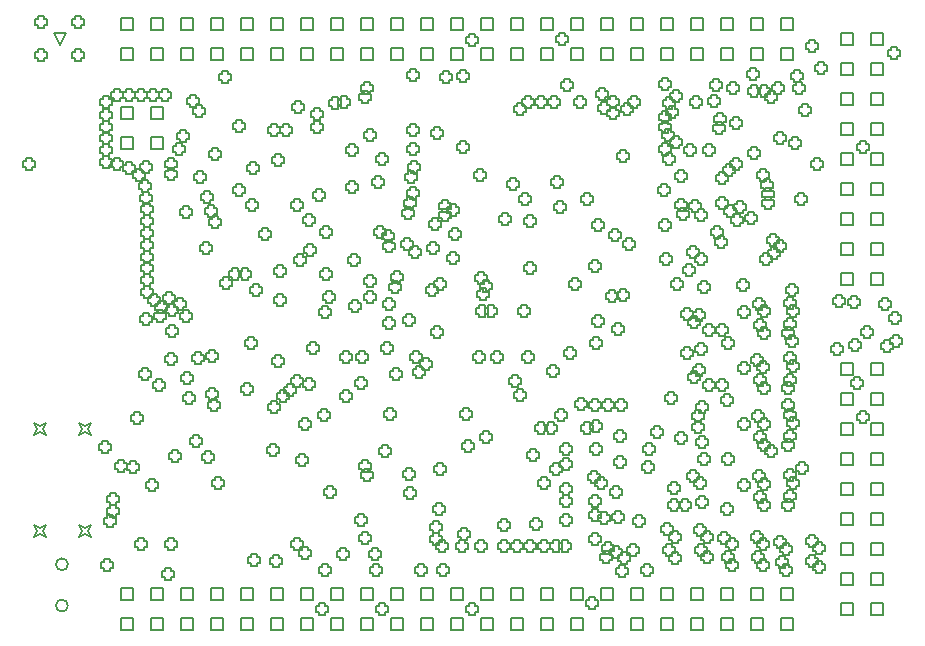
<source format=gbr>
%TF.GenerationSoftware,Altium Limited,Altium Designer,22.7.1 (60)*%
G04 Layer_Color=2752767*
%FSLAX45Y45*%
%MOMM*%
%TF.SameCoordinates,89C5C705-8D76-4DBF-8A4D-424F25D0343C*%
%TF.FilePolarity,Positive*%
%TF.FileFunction,Drawing*%
%TF.Part,Single*%
G01*
G75*
%TA.AperFunction,NonConductor*%
%ADD688C,0.12700*%
%ADD689C,0.16933*%
D688*
X8077200Y2298700D02*
Y2400300D01*
X8178800D01*
Y2298700D01*
X8077200D01*
Y2044700D02*
Y2146300D01*
X8178800D01*
Y2044700D01*
X8077200D01*
Y1790700D02*
Y1892300D01*
X8178800D01*
Y1790700D01*
X8077200D01*
Y1536700D02*
Y1638300D01*
X8178800D01*
Y1536700D01*
X8077200D01*
Y1282700D02*
Y1384300D01*
X8178800D01*
Y1282700D01*
X8077200D01*
Y1028700D02*
Y1130300D01*
X8178800D01*
Y1028700D01*
X8077200D01*
Y774700D02*
Y876300D01*
X8178800D01*
Y774700D01*
X8077200D01*
X8331200Y2298700D02*
Y2400300D01*
X8432800D01*
Y2298700D01*
X8331200D01*
Y2044700D02*
Y2146300D01*
X8432800D01*
Y2044700D01*
X8331200D01*
Y1790700D02*
Y1892300D01*
X8432800D01*
Y1790700D01*
X8331200D01*
Y1536700D02*
Y1638300D01*
X8432800D01*
Y1536700D01*
X8331200D01*
Y1282700D02*
Y1384300D01*
X8432800D01*
Y1282700D01*
X8331200D01*
Y1028700D02*
Y1130300D01*
X8432800D01*
Y1028700D01*
X8331200D01*
Y774700D02*
Y876300D01*
X8432800D01*
Y774700D01*
X8331200D01*
X8077200Y520700D02*
Y622300D01*
X8178800D01*
Y520700D01*
X8077200D01*
Y266700D02*
Y368300D01*
X8178800D01*
Y266700D01*
X8077200D01*
X8331200Y520700D02*
Y622300D01*
X8432800D01*
Y520700D01*
X8331200D01*
Y266700D02*
Y368300D01*
X8432800D01*
Y266700D01*
X8331200D01*
X8077200Y5092700D02*
Y5194300D01*
X8178800D01*
Y5092700D01*
X8077200D01*
Y4838700D02*
Y4940300D01*
X8178800D01*
Y4838700D01*
X8077200D01*
Y4584700D02*
Y4686300D01*
X8178800D01*
Y4584700D01*
X8077200D01*
Y4330700D02*
Y4432300D01*
X8178800D01*
Y4330700D01*
X8077200D01*
Y4076700D02*
Y4178300D01*
X8178800D01*
Y4076700D01*
X8077200D01*
Y3822700D02*
Y3924300D01*
X8178800D01*
Y3822700D01*
X8077200D01*
Y3568700D02*
Y3670300D01*
X8178800D01*
Y3568700D01*
X8077200D01*
X8331200Y5092700D02*
Y5194300D01*
X8432800D01*
Y5092700D01*
X8331200D01*
Y4838700D02*
Y4940300D01*
X8432800D01*
Y4838700D01*
X8331200D01*
Y4584700D02*
Y4686300D01*
X8432800D01*
Y4584700D01*
X8331200D01*
Y4330700D02*
Y4432300D01*
X8432800D01*
Y4330700D01*
X8331200D01*
Y4076700D02*
Y4178300D01*
X8432800D01*
Y4076700D01*
X8331200D01*
Y3822700D02*
Y3924300D01*
X8432800D01*
Y3822700D01*
X8331200D01*
Y3568700D02*
Y3670300D01*
X8432800D01*
Y3568700D01*
X8331200D01*
X8077200Y3314700D02*
Y3416300D01*
X8178800D01*
Y3314700D01*
X8077200D01*
Y3060700D02*
Y3162300D01*
X8178800D01*
Y3060700D01*
X8077200D01*
X8331200Y3314700D02*
Y3416300D01*
X8432800D01*
Y3314700D01*
X8331200D01*
Y3060700D02*
Y3162300D01*
X8432800D01*
Y3060700D01*
X8331200D01*
X1981200Y139700D02*
Y241300D01*
X2082800D01*
Y139700D01*
X1981200D01*
X2235200D02*
Y241300D01*
X2336800D01*
Y139700D01*
X2235200D01*
X2489200D02*
Y241300D01*
X2590800D01*
Y139700D01*
X2489200D01*
X2743200D02*
Y241300D01*
X2844800D01*
Y139700D01*
X2743200D01*
X2997200D02*
Y241300D01*
X3098800D01*
Y139700D01*
X2997200D01*
X3251200D02*
Y241300D01*
X3352800D01*
Y139700D01*
X3251200D01*
X3505200D02*
Y241300D01*
X3606800D01*
Y139700D01*
X3505200D01*
X3759200D02*
Y241300D01*
X3860800D01*
Y139700D01*
X3759200D01*
X4013200D02*
Y241300D01*
X4114800D01*
Y139700D01*
X4013200D01*
X4267200D02*
Y241300D01*
X4368800D01*
Y139700D01*
X4267200D01*
X4521200D02*
Y241300D01*
X4622800D01*
Y139700D01*
X4521200D01*
X4775200D02*
Y241300D01*
X4876800D01*
Y139700D01*
X4775200D01*
X5029200D02*
Y241300D01*
X5130800D01*
Y139700D01*
X5029200D01*
X5283200D02*
Y241300D01*
X5384800D01*
Y139700D01*
X5283200D01*
X5537200D02*
Y241300D01*
X5638800D01*
Y139700D01*
X5537200D01*
X5791200D02*
Y241300D01*
X5892800D01*
Y139700D01*
X5791200D01*
X6045200D02*
Y241300D01*
X6146800D01*
Y139700D01*
X6045200D01*
X6299200D02*
Y241300D01*
X6400800D01*
Y139700D01*
X6299200D01*
X6553200D02*
Y241300D01*
X6654800D01*
Y139700D01*
X6553200D01*
X6807200D02*
Y241300D01*
X6908800D01*
Y139700D01*
X6807200D01*
X7061200D02*
Y241300D01*
X7162800D01*
Y139700D01*
X7061200D01*
X7315200D02*
Y241300D01*
X7416800D01*
Y139700D01*
X7315200D01*
X7569200D02*
Y241300D01*
X7670800D01*
Y139700D01*
X7569200D01*
X1981200Y393700D02*
Y495300D01*
X2082800D01*
Y393700D01*
X1981200D01*
X2235200D02*
Y495300D01*
X2336800D01*
Y393700D01*
X2235200D01*
X2489200D02*
Y495300D01*
X2590800D01*
Y393700D01*
X2489200D01*
X2743200D02*
Y495300D01*
X2844800D01*
Y393700D01*
X2743200D01*
X2997200D02*
Y495300D01*
X3098800D01*
Y393700D01*
X2997200D01*
X3251200D02*
Y495300D01*
X3352800D01*
Y393700D01*
X3251200D01*
X3505200D02*
Y495300D01*
X3606800D01*
Y393700D01*
X3505200D01*
X3759200D02*
Y495300D01*
X3860800D01*
Y393700D01*
X3759200D01*
X4013200D02*
Y495300D01*
X4114800D01*
Y393700D01*
X4013200D01*
X4267200D02*
Y495300D01*
X4368800D01*
Y393700D01*
X4267200D01*
X4521200D02*
Y495300D01*
X4622800D01*
Y393700D01*
X4521200D01*
X4775200D02*
Y495300D01*
X4876800D01*
Y393700D01*
X4775200D01*
X5029200D02*
Y495300D01*
X5130800D01*
Y393700D01*
X5029200D01*
X5283200D02*
Y495300D01*
X5384800D01*
Y393700D01*
X5283200D01*
X5537200D02*
Y495300D01*
X5638800D01*
Y393700D01*
X5537200D01*
X5791200D02*
Y495300D01*
X5892800D01*
Y393700D01*
X5791200D01*
X6045200D02*
Y495300D01*
X6146800D01*
Y393700D01*
X6045200D01*
X6299200D02*
Y495300D01*
X6400800D01*
Y393700D01*
X6299200D01*
X6553200D02*
Y495300D01*
X6654800D01*
Y393700D01*
X6553200D01*
X6807200D02*
Y495300D01*
X6908800D01*
Y393700D01*
X6807200D01*
X7061200D02*
Y495300D01*
X7162800D01*
Y393700D01*
X7061200D01*
X7315200D02*
Y495300D01*
X7416800D01*
Y393700D01*
X7315200D01*
X7569200D02*
Y495300D01*
X7670800D01*
Y393700D01*
X7569200D01*
X1981200Y4965700D02*
Y5067300D01*
X2082800D01*
Y4965700D01*
X1981200D01*
X2235200D02*
Y5067300D01*
X2336800D01*
Y4965700D01*
X2235200D01*
X2489200D02*
Y5067300D01*
X2590800D01*
Y4965700D01*
X2489200D01*
X2743200D02*
Y5067300D01*
X2844800D01*
Y4965700D01*
X2743200D01*
X2997200D02*
Y5067300D01*
X3098800D01*
Y4965700D01*
X2997200D01*
X3251200D02*
Y5067300D01*
X3352800D01*
Y4965700D01*
X3251200D01*
X3505200D02*
Y5067300D01*
X3606800D01*
Y4965700D01*
X3505200D01*
X3759200D02*
Y5067300D01*
X3860800D01*
Y4965700D01*
X3759200D01*
X4013200D02*
Y5067300D01*
X4114800D01*
Y4965700D01*
X4013200D01*
X4267200D02*
Y5067300D01*
X4368800D01*
Y4965700D01*
X4267200D01*
X4521200D02*
Y5067300D01*
X4622800D01*
Y4965700D01*
X4521200D01*
X4775200D02*
Y5067300D01*
X4876800D01*
Y4965700D01*
X4775200D01*
X5029200D02*
Y5067300D01*
X5130800D01*
Y4965700D01*
X5029200D01*
X5283200D02*
Y5067300D01*
X5384800D01*
Y4965700D01*
X5283200D01*
X5537200D02*
Y5067300D01*
X5638800D01*
Y4965700D01*
X5537200D01*
X5791200D02*
Y5067300D01*
X5892800D01*
Y4965700D01*
X5791200D01*
X6045200D02*
Y5067300D01*
X6146800D01*
Y4965700D01*
X6045200D01*
X6299200D02*
Y5067300D01*
X6400800D01*
Y4965700D01*
X6299200D01*
X6553200D02*
Y5067300D01*
X6654800D01*
Y4965700D01*
X6553200D01*
X6807200D02*
Y5067300D01*
X6908800D01*
Y4965700D01*
X6807200D01*
X7061200D02*
Y5067300D01*
X7162800D01*
Y4965700D01*
X7061200D01*
X7315200D02*
Y5067300D01*
X7416800D01*
Y4965700D01*
X7315200D01*
X7569200D02*
Y5067300D01*
X7670800D01*
Y4965700D01*
X7569200D01*
X1981200Y5219700D02*
Y5321300D01*
X2082800D01*
Y5219700D01*
X1981200D01*
X2235200D02*
Y5321300D01*
X2336800D01*
Y5219700D01*
X2235200D01*
X2489200D02*
Y5321300D01*
X2590800D01*
Y5219700D01*
X2489200D01*
X2743200D02*
Y5321300D01*
X2844800D01*
Y5219700D01*
X2743200D01*
X2997200D02*
Y5321300D01*
X3098800D01*
Y5219700D01*
X2997200D01*
X3251200D02*
Y5321300D01*
X3352800D01*
Y5219700D01*
X3251200D01*
X3505200D02*
Y5321300D01*
X3606800D01*
Y5219700D01*
X3505200D01*
X3759200D02*
Y5321300D01*
X3860800D01*
Y5219700D01*
X3759200D01*
X4013200D02*
Y5321300D01*
X4114800D01*
Y5219700D01*
X4013200D01*
X4267200D02*
Y5321300D01*
X4368800D01*
Y5219700D01*
X4267200D01*
X4521200D02*
Y5321300D01*
X4622800D01*
Y5219700D01*
X4521200D01*
X4775200D02*
Y5321300D01*
X4876800D01*
Y5219700D01*
X4775200D01*
X5029200D02*
Y5321300D01*
X5130800D01*
Y5219700D01*
X5029200D01*
X5283200D02*
Y5321300D01*
X5384800D01*
Y5219700D01*
X5283200D01*
X5537200D02*
Y5321300D01*
X5638800D01*
Y5219700D01*
X5537200D01*
X5791200D02*
Y5321300D01*
X5892800D01*
Y5219700D01*
X5791200D01*
X6045200D02*
Y5321300D01*
X6146800D01*
Y5219700D01*
X6045200D01*
X6299200D02*
Y5321300D01*
X6400800D01*
Y5219700D01*
X6299200D01*
X6553200D02*
Y5321300D01*
X6654800D01*
Y5219700D01*
X6553200D01*
X6807200D02*
Y5321300D01*
X6908800D01*
Y5219700D01*
X6807200D01*
X7061200D02*
Y5321300D01*
X7162800D01*
Y5219700D01*
X7061200D01*
X7315200D02*
Y5321300D01*
X7416800D01*
Y5219700D01*
X7315200D01*
X7569200D02*
Y5321300D01*
X7670800D01*
Y5219700D01*
X7569200D01*
X2235200Y4461600D02*
Y4563200D01*
X2336800D01*
Y4461600D01*
X2235200D01*
Y4207600D02*
Y4309200D01*
X2336800D01*
Y4207600D01*
X2235200D01*
X1981200Y4461600D02*
Y4563200D01*
X2082800D01*
Y4461600D01*
X1981200D01*
Y4207600D02*
Y4309200D01*
X2082800D01*
Y4207600D01*
X1981200D01*
X1621200Y927200D02*
X1646600Y978000D01*
X1621200Y1028800D01*
X1672000Y1003400D01*
X1722800Y1028800D01*
X1697400Y978000D01*
X1722800Y927200D01*
X1672000Y952600D01*
X1621200Y927200D01*
X1241200D02*
X1266600Y978000D01*
X1241200Y1028800D01*
X1292000Y1003400D01*
X1342800Y1028800D01*
X1317400Y978000D01*
X1342800Y927200D01*
X1292000Y952600D01*
X1241200Y927200D01*
X1621200Y1791200D02*
X1646600Y1842000D01*
X1621200Y1892800D01*
X1672000Y1867400D01*
X1722800Y1892800D01*
X1697400Y1842000D01*
X1722800Y1791200D01*
X1672000Y1816600D01*
X1621200Y1791200D01*
X1241200D02*
X1266600Y1842000D01*
X1241200Y1892800D01*
X1292000Y1867400D01*
X1342800Y1892800D01*
X1317400Y1842000D01*
X1342800Y1791200D01*
X1292000Y1816600D01*
X1241200Y1791200D01*
X1460500Y5092700D02*
X1409700Y5194300D01*
X1511300D01*
X1460500Y5092700D01*
X1275100Y5258100D02*
Y5232700D01*
X1325900D01*
Y5258100D01*
X1351300D01*
Y5308900D01*
X1325900D01*
Y5334300D01*
X1275100D01*
Y5308900D01*
X1249700D01*
Y5258100D01*
X1275100D01*
Y4978100D02*
Y4952700D01*
X1325900D01*
Y4978100D01*
X1351300D01*
Y5028900D01*
X1325900D01*
Y5054300D01*
X1275100D01*
Y5028900D01*
X1249700D01*
Y4978100D01*
X1275100D01*
X1595100D02*
Y4952700D01*
X1645900D01*
Y4978100D01*
X1671300D01*
Y5028900D01*
X1645900D01*
Y5054300D01*
X1595100D01*
Y5028900D01*
X1569700D01*
Y4978100D01*
X1595100D01*
Y5258100D02*
Y5232700D01*
X1645900D01*
Y5258100D01*
X1671300D01*
Y5308900D01*
X1645900D01*
Y5334300D01*
X1595100D01*
Y5308900D01*
X1569700D01*
Y5258100D01*
X1595100D01*
X4657347Y1478002D02*
Y1452602D01*
X4708147D01*
Y1478002D01*
X4733547D01*
Y1528802D01*
X4708147D01*
Y1554202D01*
X4657347D01*
Y1528802D01*
X4631947D01*
Y1478002D01*
X4657347D01*
X7353377Y2873139D02*
Y2847739D01*
X7404177D01*
Y2873139D01*
X7429577D01*
Y2923939D01*
X7404177D01*
Y2949339D01*
X7353377D01*
Y2923939D01*
X7327977D01*
Y2873139D01*
X7353377D01*
X7354669Y1416014D02*
Y1390614D01*
X7405469D01*
Y1416014D01*
X7430869D01*
Y1466814D01*
X7405469D01*
Y1492214D01*
X7354669D01*
Y1466814D01*
X7329269D01*
Y1416014D01*
X7354669D01*
X7351772Y1926059D02*
Y1900659D01*
X7402572D01*
Y1926059D01*
X7427972D01*
Y1976859D01*
X7402572D01*
Y2002259D01*
X7351772D01*
Y1976859D01*
X7326372D01*
Y1926059D01*
X7351772D01*
X7398990Y1860014D02*
Y1834614D01*
X7449790D01*
Y1860014D01*
X7475190D01*
Y1910814D01*
X7449790D01*
Y1936214D01*
X7398990D01*
Y1910814D01*
X7373590D01*
Y1860014D01*
X7398990D01*
X6047413Y4536755D02*
Y4511355D01*
X6098213D01*
Y4536755D01*
X6123613D01*
Y4587555D01*
X6098213D01*
Y4612955D01*
X6047413D01*
Y4587555D01*
X6022013D01*
Y4536755D01*
X6047413D01*
X6117004Y4492997D02*
Y4467597D01*
X6167804D01*
Y4492997D01*
X6193204D01*
Y4543797D01*
X6167804D01*
Y4569197D01*
X6117004D01*
Y4543797D01*
X6091604D01*
Y4492997D01*
X6117004D01*
X6024600Y4654600D02*
Y4629200D01*
X6075400D01*
Y4654600D01*
X6100800D01*
Y4705400D01*
X6075400D01*
Y4730800D01*
X6024600D01*
Y4705400D01*
X5999200D01*
Y4654600D01*
X6024600D01*
X6564600Y4732100D02*
Y4706700D01*
X6615400D01*
Y4732100D01*
X6640800D01*
Y4782900D01*
X6615400D01*
Y4808300D01*
X6564600D01*
Y4782900D01*
X6539200D01*
Y4732100D01*
X6564600D01*
X6204600Y4124600D02*
Y4099200D01*
X6255400D01*
Y4124600D01*
X6280800D01*
Y4175400D01*
X6255400D01*
Y4200800D01*
X6204600D01*
Y4175400D01*
X6179200D01*
Y4124600D01*
X6204600D01*
X5981113Y1841967D02*
Y1816567D01*
X6031913D01*
Y1841967D01*
X6057313D01*
Y1892767D01*
X6031913D01*
Y1918167D01*
X5981113D01*
Y1892767D01*
X5955713D01*
Y1841967D01*
X5981113D01*
X5848582Y2030314D02*
Y2004914D01*
X5899382D01*
Y2030314D01*
X5924782D01*
Y2081114D01*
X5899382D01*
Y2106514D01*
X5848582D01*
Y2081114D01*
X5823182D01*
Y2030314D01*
X5848582D01*
X6181799Y1539383D02*
Y1513983D01*
X6232599D01*
Y1539383D01*
X6257999D01*
Y1590183D01*
X6232599D01*
Y1615583D01*
X6181799D01*
Y1590183D01*
X6156399D01*
Y1539383D01*
X6181799D01*
X6634600Y1174600D02*
Y1149200D01*
X6685400D01*
Y1174600D01*
X6710800D01*
Y1225400D01*
X6685400D01*
Y1250800D01*
X6634600D01*
Y1225400D01*
X6609200D01*
Y1174600D01*
X6634600D01*
Y1314600D02*
Y1289200D01*
X6685400D01*
Y1314600D01*
X6710800D01*
Y1365400D01*
X6685400D01*
Y1390800D01*
X6634600D01*
Y1365400D01*
X6609200D01*
Y1314600D01*
X6634600D01*
X5994124Y2727348D02*
Y2701948D01*
X6044924D01*
Y2727348D01*
X6070324D01*
Y2778148D01*
X6044924D01*
Y2803548D01*
X5994124D01*
Y2778148D01*
X5968724D01*
Y2727348D01*
X5994124D01*
X5992725Y3538195D02*
Y3512795D01*
X6043525D01*
Y3538195D01*
X6068925D01*
Y3588995D01*
X6043525D01*
Y3614395D01*
X5992725D01*
Y3588995D01*
X5967325D01*
Y3538195D01*
X5992725D01*
X5203857Y3595907D02*
Y3570507D01*
X5254657D01*
Y3595907D01*
X5280057D01*
Y3646707D01*
X5254657D01*
Y3672107D01*
X5203857D01*
Y3646707D01*
X5178457D01*
Y3595907D01*
X5203857D01*
X5677923Y1934598D02*
Y1909198D01*
X5728723D01*
Y1934598D01*
X5754123D01*
Y1985398D01*
X5728723D01*
Y2010798D01*
X5677923D01*
Y1985398D01*
X5652523D01*
Y1934598D01*
X5677923D01*
X6695982Y3953218D02*
Y3927818D01*
X6746782D01*
Y3953218D01*
X6772182D01*
Y4004018D01*
X6746782D01*
Y4029418D01*
X6695982D01*
Y4004018D01*
X6670582D01*
Y3953218D01*
X6695982D01*
X6594600Y4104600D02*
Y4079200D01*
X6645400D01*
Y4104600D01*
X6670800D01*
Y4155400D01*
X6645400D01*
Y4180800D01*
X6594600D01*
Y4155400D01*
X6569200D01*
Y4104600D01*
X6594600D01*
X6551080Y3841938D02*
Y3816538D01*
X6601880D01*
Y3841938D01*
X6627280D01*
Y3892738D01*
X6601880D01*
Y3918138D01*
X6551080D01*
Y3892738D01*
X6525680D01*
Y3841938D01*
X6551080D01*
X6559088Y3539115D02*
Y3513715D01*
X6609888D01*
Y3539115D01*
X6635288D01*
Y3589915D01*
X6609888D01*
Y3615315D01*
X6559088D01*
Y3589915D01*
X6533688D01*
Y3539115D01*
X6559088D01*
X6874600Y1194600D02*
Y1169200D01*
X6925400D01*
Y1194600D01*
X6950800D01*
Y1245400D01*
X6925400D01*
Y1270800D01*
X6874600D01*
Y1245400D01*
X6849200D01*
Y1194600D01*
X6874600D01*
X7087173Y1137174D02*
Y1111774D01*
X7137973D01*
Y1137174D01*
X7163373D01*
Y1187974D01*
X7137973D01*
Y1213374D01*
X7087173D01*
Y1187974D01*
X7061773D01*
Y1137174D01*
X7087173D01*
X7618568Y1423824D02*
Y1398424D01*
X7669368D01*
Y1423824D01*
X7694768D01*
Y1474624D01*
X7669368D01*
Y1500024D01*
X7618568D01*
Y1474624D01*
X7593168D01*
Y1423824D01*
X7618568D01*
X7600805Y2022100D02*
Y1996700D01*
X7651605D01*
Y2022100D01*
X7677005D01*
Y2072900D01*
X7651605D01*
Y2098300D01*
X7600805D01*
Y2072900D01*
X7575405D01*
Y2022100D01*
X7600805D01*
X7603493Y2159988D02*
Y2134588D01*
X7654293D01*
Y2159988D01*
X7679693D01*
Y2210788D01*
X7654293D01*
Y2236188D01*
X7603493D01*
Y2210788D01*
X7578093D01*
Y2159988D01*
X7603493D01*
X7637879Y2558584D02*
Y2533184D01*
X7688679D01*
Y2558584D01*
X7714079D01*
Y2609384D01*
X7688679D01*
Y2634784D01*
X7637879D01*
Y2609384D01*
X7612479D01*
Y2558584D01*
X7637879D01*
X7648136Y2344898D02*
Y2319498D01*
X7698936D01*
Y2344898D01*
X7724336D01*
Y2395698D01*
X7698936D01*
Y2421098D01*
X7648136D01*
Y2395698D01*
X7622736D01*
Y2344898D01*
X7648136D01*
X7618568Y2413823D02*
Y2388423D01*
X7669368D01*
Y2413823D01*
X7694768D01*
Y2464623D01*
X7669368D01*
Y2490023D01*
X7618568D01*
Y2464623D01*
X7593168D01*
Y2413823D01*
X7618568D01*
X7634600Y2994600D02*
Y2969200D01*
X7685400D01*
Y2994600D01*
X7710800D01*
Y3045400D01*
X7685400D01*
Y3070800D01*
X7634600D01*
Y3045400D01*
X7609200D01*
Y2994600D01*
X7634600D01*
X7459712Y1631401D02*
Y1606001D01*
X7510512D01*
Y1631401D01*
X7535912D01*
Y1682201D01*
X7510512D01*
Y1707601D01*
X7459712D01*
Y1682201D01*
X7434312D01*
Y1631401D01*
X7459712D01*
X7365009Y1747027D02*
Y1721627D01*
X7415809D01*
Y1747027D01*
X7441209D01*
Y1797827D01*
X7415809D01*
Y1823227D01*
X7365009D01*
Y1797827D01*
X7339609D01*
Y1747027D01*
X7365009D01*
X7399723Y1680544D02*
Y1655144D01*
X7450523D01*
Y1680544D01*
X7475923D01*
Y1731344D01*
X7450523D01*
Y1756744D01*
X7399723D01*
Y1731344D01*
X7374323D01*
Y1680544D01*
X7399723D01*
X6734600Y1174600D02*
Y1149200D01*
X6785400D01*
Y1174600D01*
X6810800D01*
Y1225400D01*
X6785400D01*
Y1250800D01*
X6734600D01*
Y1225400D01*
X6709200D01*
Y1174600D01*
X6734600D01*
X6165990Y1073210D02*
Y1047810D01*
X6216790D01*
Y1073210D01*
X6242190D01*
Y1124010D01*
X6216790D01*
Y1149410D01*
X6165990D01*
Y1124010D01*
X6140590D01*
Y1073210D01*
X6165990D01*
X4215181Y3445870D02*
Y3420470D01*
X4265981D01*
Y3445870D01*
X4291381D01*
Y3496670D01*
X4265981D01*
Y3522070D01*
X4215181D01*
Y3496670D01*
X4189781D01*
Y3445870D01*
X4215181D01*
X4152417Y3486927D02*
Y3461527D01*
X4203217D01*
Y3486927D01*
X4228617D01*
Y3537727D01*
X4203217D01*
Y3563127D01*
X4152417D01*
Y3537727D01*
X4127017D01*
Y3486927D01*
X4152417D01*
X4224600Y3364600D02*
Y3339200D01*
X4275400D01*
Y3364600D01*
X4300800D01*
Y3415400D01*
X4275400D01*
Y3440800D01*
X4224600D01*
Y3415400D01*
X4199200D01*
Y3364600D01*
X4224600D01*
X6567729Y3250307D02*
Y3224907D01*
X6618529D01*
Y3250307D01*
X6643929D01*
Y3301107D01*
X6618529D01*
Y3326507D01*
X6567729D01*
Y3301107D01*
X6542329D01*
Y3250307D01*
X6567729D01*
X4034600Y4704600D02*
Y4679200D01*
X4085400D01*
Y4704600D01*
X4110800D01*
Y4755400D01*
X4085400D01*
Y4780800D01*
X4034600D01*
Y4755400D01*
X4009200D01*
Y4704600D01*
X4034600D01*
X4024600Y4624600D02*
Y4599200D01*
X4075400D01*
Y4624600D01*
X4100800D01*
Y4675400D01*
X4075400D01*
Y4700800D01*
X4024600D01*
Y4675400D01*
X3999200D01*
Y4624600D01*
X4024600D01*
X3844600Y4584600D02*
Y4559200D01*
X3895400D01*
Y4584600D01*
X3920800D01*
Y4635400D01*
X3895400D01*
Y4660800D01*
X3844600D01*
Y4635400D01*
X3819200D01*
Y4584600D01*
X3844600D01*
X3764600Y4574600D02*
Y4549200D01*
X3815400D01*
Y4574600D01*
X3840800D01*
Y4625400D01*
X3815400D01*
Y4650800D01*
X3764600D01*
Y4625400D01*
X3739200D01*
Y4574600D01*
X3764600D01*
X4624600Y884600D02*
Y859200D01*
X4675400D01*
Y884600D01*
X4700800D01*
Y935400D01*
X4675400D01*
Y960800D01*
X4624600D01*
Y935400D01*
X4599200D01*
Y884600D01*
X4624600D01*
X4674600Y824600D02*
Y799200D01*
X4725400D01*
Y824600D01*
X4750800D01*
Y875400D01*
X4725400D01*
Y900800D01*
X4674600D01*
Y875400D01*
X4649200D01*
Y824600D01*
X4674600D01*
X4856830Y925513D02*
Y900113D01*
X4907630D01*
Y925513D01*
X4933030D01*
Y976313D01*
X4907630D01*
Y1001713D01*
X4856830D01*
Y976313D01*
X4831430D01*
Y925513D01*
X4856830D01*
X4700505Y3706944D02*
Y3681544D01*
X4751305D01*
Y3706944D01*
X4776705D01*
Y3757744D01*
X4751305D01*
Y3783144D01*
X4700505D01*
Y3757744D01*
X4675105D01*
Y3706944D01*
X4700505D01*
X4763295Y3665926D02*
Y3640526D01*
X4814095D01*
Y3665926D01*
X4839495D01*
Y3716726D01*
X4814095D01*
Y3742126D01*
X4763295D01*
Y3716726D01*
X4737895D01*
Y3665926D01*
X4763295D01*
X3554600Y3334600D02*
Y3309200D01*
X3605400D01*
Y3334600D01*
X3630800D01*
Y3385400D01*
X3605400D01*
Y3410800D01*
X3554600D01*
Y3385400D01*
X3529200D01*
Y3334600D01*
X3554600D01*
X3614600Y4374600D02*
Y4349200D01*
X3665400D01*
Y4374600D01*
X3690800D01*
Y4425400D01*
X3665400D01*
Y4450800D01*
X3614600D01*
Y4425400D01*
X3589200D01*
Y4374600D01*
X3614600D01*
X8424600Y2874600D02*
Y2849200D01*
X8475400D01*
Y2874600D01*
X8500800D01*
Y2925400D01*
X8475400D01*
Y2950800D01*
X8424600D01*
Y2925400D01*
X8399200D01*
Y2874600D01*
X8424600D01*
X4874600Y1944600D02*
Y1919200D01*
X4925400D01*
Y1944600D01*
X4950800D01*
Y1995400D01*
X4925400D01*
Y2020800D01*
X4874600D01*
Y1995400D01*
X4849200D01*
Y1944600D01*
X4874600D01*
X2954600Y3834600D02*
Y3809200D01*
X3005400D01*
Y3834600D01*
X3030800D01*
Y3885400D01*
X3005400D01*
Y3910800D01*
X2954600D01*
Y3885400D01*
X2929200D01*
Y3834600D01*
X2954600D01*
X2614600Y4507433D02*
Y4482033D01*
X2665400D01*
Y4507433D01*
X2690800D01*
Y4558233D01*
X2665400D01*
Y4583633D01*
X2614600D01*
Y4558233D01*
X2589200D01*
Y4507433D01*
X2614600D01*
X6240222Y4528121D02*
Y4502721D01*
X6291022D01*
Y4528121D01*
X6316422D01*
Y4578921D01*
X6291022D01*
Y4604321D01*
X6240222D01*
Y4578921D01*
X6214822D01*
Y4528121D01*
X6240222D01*
X4374600Y3384600D02*
Y3359200D01*
X4425400D01*
Y3384600D01*
X4450800D01*
Y3435400D01*
X4425400D01*
Y3460800D01*
X4374600D01*
Y3435400D01*
X4349200D01*
Y3384600D01*
X4374600D01*
X4444747Y3309906D02*
Y3284506D01*
X4495547D01*
Y3309906D01*
X4520947D01*
Y3360706D01*
X4495547D01*
Y3386106D01*
X4444747D01*
Y3360706D01*
X4419347D01*
Y3309906D01*
X4444747D01*
X7134337Y4698583D02*
Y4673183D01*
X7185137D01*
Y4698583D01*
X7210537D01*
Y4749383D01*
X7185137D01*
Y4774783D01*
X7134337D01*
Y4749383D01*
X7108937D01*
Y4698583D01*
X7134337D01*
X6990127Y4729489D02*
Y4704089D01*
X7040927D01*
Y4729489D01*
X7066327D01*
Y4780289D01*
X7040927D01*
Y4805689D01*
X6990127D01*
Y4780289D01*
X6964727D01*
Y4729489D01*
X6990127D01*
X7023736Y4441248D02*
Y4415848D01*
X7074536D01*
Y4441248D01*
X7099936D01*
Y4492048D01*
X7074536D01*
Y4517448D01*
X7023736D01*
Y4492048D01*
X6998336D01*
Y4441248D01*
X7023736D01*
X7015726Y4364300D02*
Y4338900D01*
X7066526D01*
Y4364300D01*
X7091926D01*
Y4415100D01*
X7066526D01*
Y4440500D01*
X7015726D01*
Y4415100D01*
X6990326D01*
Y4364300D01*
X7015726D01*
X7514600Y4704600D02*
Y4679200D01*
X7565400D01*
Y4704600D01*
X7590800D01*
Y4755400D01*
X7565400D01*
Y4780800D01*
X7514600D01*
Y4755400D01*
X7489200D01*
Y4704600D01*
X7514600D01*
X7677100Y4804600D02*
Y4779200D01*
X7727900D01*
Y4804600D01*
X7753300D01*
Y4855400D01*
X7727900D01*
Y4880800D01*
X7677100D01*
Y4855400D01*
X7651700D01*
Y4804600D01*
X7677100D01*
X3514600Y1854600D02*
Y1829200D01*
X3565400D01*
Y1854600D01*
X3590800D01*
Y1905400D01*
X3565400D01*
Y1930800D01*
X3514600D01*
Y1905400D01*
X3489200D01*
Y1854600D01*
X3514600D01*
X5444600Y1594600D02*
Y1569200D01*
X5495400D01*
Y1594600D01*
X5520800D01*
Y1645400D01*
X5495400D01*
Y1670800D01*
X5444600D01*
Y1645400D01*
X5419200D01*
Y1594600D01*
X5444600D01*
X7647430Y1864600D02*
Y1839200D01*
X7698230D01*
Y1864600D01*
X7723630D01*
Y1915400D01*
X7698230D01*
Y1940800D01*
X7647430D01*
Y1915400D01*
X7622030D01*
Y1864600D01*
X7647430D01*
X7710377Y3765005D02*
Y3739605D01*
X7761177D01*
Y3765005D01*
X7786577D01*
Y3815805D01*
X7761177D01*
Y3841205D01*
X7710377D01*
Y3815805D01*
X7684977D01*
Y3765005D01*
X7710377D01*
X5294600Y2224600D02*
Y2199200D01*
X5345400D01*
Y2224600D01*
X5370800D01*
Y2275400D01*
X5345400D01*
Y2300800D01*
X5294600D01*
Y2275400D01*
X5269200D01*
Y2224600D01*
X5294600D01*
X4984600Y2424600D02*
Y2399200D01*
X5035400D01*
Y2424600D01*
X5060800D01*
Y2475400D01*
X5035400D01*
Y2500800D01*
X4984600D01*
Y2475400D01*
X4959200D01*
Y2424600D01*
X4984600D01*
X3444600Y3714433D02*
Y3689032D01*
X3495400D01*
Y3714433D01*
X3520800D01*
Y3765232D01*
X3495400D01*
Y3790633D01*
X3444600D01*
Y3765232D01*
X3419200D01*
Y3714433D01*
X3444600D01*
X2442398Y4181429D02*
Y4156029D01*
X2493198D01*
Y4181429D01*
X2518598D01*
Y4232229D01*
X2493198D01*
Y4257629D01*
X2442398D01*
Y4232229D01*
X2416998D01*
Y4181429D01*
X2442398D01*
X6936236Y2655480D02*
Y2630080D01*
X6987036D01*
Y2655480D01*
X7012436D01*
Y2706280D01*
X6987036D01*
Y2731680D01*
X6936236D01*
Y2706280D01*
X6910836D01*
Y2655480D01*
X6936236D01*
X6852225Y2313352D02*
Y2287952D01*
X6903025D01*
Y2313352D01*
X6928425D01*
Y2364152D01*
X6903025D01*
Y2389552D01*
X6852225D01*
Y2364152D01*
X6826825D01*
Y2313352D01*
X6852225D01*
X6937289Y2185097D02*
Y2159697D01*
X6988089D01*
Y2185097D01*
X7013489D01*
Y2235897D01*
X6988089D01*
Y2261297D01*
X6937289D01*
Y2235897D01*
X6911889D01*
Y2185097D01*
X6937289D01*
X6164600Y2664600D02*
Y2639200D01*
X6215400D01*
Y2664600D01*
X6240800D01*
Y2715400D01*
X6215400D01*
Y2740800D01*
X6164600D01*
Y2715400D01*
X6139200D01*
Y2664600D01*
X6164600D01*
X3633460Y3792100D02*
Y3766700D01*
X3684260D01*
Y3792100D01*
X3709660D01*
Y3842900D01*
X3684260D01*
Y3868300D01*
X3633460D01*
Y3842900D01*
X3608060D01*
Y3792100D01*
X3633460D01*
X6074600Y804600D02*
Y779200D01*
X6125400D01*
Y804600D01*
X6150800D01*
Y855400D01*
X6125400D01*
Y880800D01*
X6074600D01*
Y855400D01*
X6049200D01*
Y804600D01*
X6074600D01*
X6061712Y730716D02*
Y705316D01*
X6112512D01*
Y730716D01*
X6137912D01*
Y781516D01*
X6112512D01*
Y806916D01*
X6061712D01*
Y781516D01*
X6036312D01*
Y730716D01*
X6061712D01*
X5964600Y887100D02*
Y861700D01*
X6015400D01*
Y887100D01*
X6040800D01*
Y937900D01*
X6015400D01*
Y963300D01*
X5964600D01*
Y937900D01*
X5939200D01*
Y887100D01*
X5964600D01*
X6294600Y794600D02*
Y769200D01*
X6345400D01*
Y794600D01*
X6370800D01*
Y845400D01*
X6345400D01*
Y870800D01*
X6294600D01*
Y845400D01*
X6269200D01*
Y794600D01*
X6294600D01*
X6144600Y774600D02*
Y749200D01*
X6195400D01*
Y774600D01*
X6220800D01*
Y825400D01*
X6195400D01*
Y850800D01*
X6144600D01*
Y825400D01*
X6119200D01*
Y774600D01*
X6144600D01*
X6344600Y1034600D02*
Y1009200D01*
X6395400D01*
Y1034600D01*
X6420800D01*
Y1085400D01*
X6395400D01*
Y1110800D01*
X6344600D01*
Y1085400D01*
X6319200D01*
Y1034600D01*
X6344600D01*
X6409985Y622509D02*
Y597109D01*
X6460785D01*
Y622509D01*
X6486185D01*
Y673309D01*
X6460785D01*
Y698709D01*
X6409985D01*
Y673309D01*
X6384585D01*
Y622509D01*
X6409985D01*
X6194600Y614600D02*
Y589200D01*
X6245400D01*
Y614600D01*
X6270800D01*
Y665400D01*
X6245400D01*
Y690800D01*
X6194600D01*
Y665400D01*
X6169200D01*
Y614600D01*
X6194600D01*
X5014600Y2814600D02*
Y2789200D01*
X5065400D01*
Y2814600D01*
X5090800D01*
Y2865400D01*
X5065400D01*
Y2890800D01*
X5014600D01*
Y2865400D01*
X4989200D01*
Y2814600D01*
X5014600D01*
X4394600Y2734600D02*
Y2709200D01*
X4445400D01*
Y2734600D01*
X4470800D01*
Y2785400D01*
X4445400D01*
Y2810800D01*
X4394600D01*
Y2785400D01*
X4369200D01*
Y2734600D01*
X4394600D01*
X4612853Y3554786D02*
Y3529386D01*
X4663653D01*
Y3554786D01*
X4689053D01*
Y3605586D01*
X4663653D01*
Y3630986D01*
X4612853D01*
Y3605586D01*
X4587453D01*
Y3554786D01*
X4612853D01*
X6665350Y3046693D02*
Y3021293D01*
X6716150D01*
Y3046693D01*
X6741550D01*
Y3097493D01*
X6716150D01*
Y3122893D01*
X6665350D01*
Y3097493D01*
X6639950D01*
Y3046693D01*
X6665350D01*
X2482830Y4297475D02*
Y4272075D01*
X2533630D01*
Y4297475D01*
X2559030D01*
Y4348275D01*
X2533630D01*
Y4373675D01*
X2482830D01*
Y4348275D01*
X2457430D01*
Y4297475D01*
X2482830D01*
X6773717Y4173751D02*
Y4148351D01*
X6824517D01*
Y4173751D01*
X6849917D01*
Y4224551D01*
X6824517D01*
Y4249951D01*
X6773717D01*
Y4224551D01*
X6748317D01*
Y4173751D01*
X6773717D01*
X5969600Y1086261D02*
Y1060861D01*
X6020400D01*
Y1086261D01*
X6045800D01*
Y1137061D01*
X6020400D01*
Y1162461D01*
X5969600D01*
Y1137061D01*
X5944200D01*
Y1086261D01*
X5969600D01*
X6043387Y1065156D02*
Y1039756D01*
X6094187D01*
Y1065156D01*
X6119587D01*
Y1115956D01*
X6094187D01*
Y1141356D01*
X6043387D01*
Y1115956D01*
X6017987D01*
Y1065156D01*
X6043387D01*
X5724600Y1644600D02*
Y1619200D01*
X5775400D01*
Y1644600D01*
X5800800D01*
Y1695400D01*
X5775400D01*
Y1720800D01*
X5724600D01*
Y1695400D01*
X5699200D01*
Y1644600D01*
X5724600D01*
X5904600Y1824600D02*
Y1799200D01*
X5955400D01*
Y1824600D01*
X5980800D01*
Y1875400D01*
X5955400D01*
Y1900800D01*
X5904600D01*
Y1875400D01*
X5879200D01*
Y1824600D01*
X5904600D01*
X5722273Y1516587D02*
Y1491187D01*
X5773073D01*
Y1516587D01*
X5798473D01*
Y1567387D01*
X5773073D01*
Y1592787D01*
X5722273D01*
Y1567387D01*
X5696873D01*
Y1516587D01*
X5722273D01*
X5754600Y2461150D02*
Y2435750D01*
X5805400D01*
Y2461150D01*
X5830800D01*
Y2511950D01*
X5805400D01*
Y2537350D01*
X5754600D01*
Y2511950D01*
X5729200D01*
Y2461150D01*
X5754600D01*
X6076032Y2018779D02*
Y1993379D01*
X6126832D01*
Y2018779D01*
X6152232D01*
Y2069579D01*
X6126832D01*
Y2094979D01*
X6076032D01*
Y2069579D01*
X6050632D01*
Y2018779D01*
X6076032D01*
X4474600Y2294600D02*
Y2269200D01*
X4525400D01*
Y2294600D01*
X4550800D01*
Y2345400D01*
X4525400D01*
Y2370800D01*
X4474600D01*
Y2345400D01*
X4449200D01*
Y2294600D01*
X4474600D01*
X4890175Y1673920D02*
Y1648520D01*
X4940975D01*
Y1673920D01*
X4966375D01*
Y1724720D01*
X4940975D01*
Y1750120D01*
X4890175D01*
Y1724720D01*
X4864775D01*
Y1673920D01*
X4890175D01*
X1860352Y1038849D02*
Y1013449D01*
X1911152D01*
Y1038849D01*
X1936552D01*
Y1089649D01*
X1911152D01*
Y1115049D01*
X1860352D01*
Y1089649D01*
X1834952D01*
Y1038849D01*
X1860352D01*
X1884600Y1124600D02*
Y1099200D01*
X1935400D01*
Y1124600D01*
X1960800D01*
Y1175400D01*
X1935400D01*
Y1200800D01*
X1884600D01*
Y1175400D01*
X1859200D01*
Y1124600D01*
X1884600D01*
X5904600Y3764600D02*
Y3739200D01*
X5955400D01*
Y3764600D01*
X5980800D01*
Y3815400D01*
X5955400D01*
Y3840800D01*
X5904600D01*
Y3815400D01*
X5879200D01*
Y3764600D01*
X5904600D01*
X5674600Y3694600D02*
Y3669200D01*
X5725400D01*
Y3694600D01*
X5750800D01*
Y3745400D01*
X5725400D01*
Y3770800D01*
X5674600D01*
Y3745400D01*
X5649200D01*
Y3694600D01*
X5674600D01*
X4992032Y3964117D02*
Y3938717D01*
X5042832D01*
Y3964117D01*
X5068232D01*
Y4014917D01*
X5042832D01*
Y4040317D01*
X4992032D01*
Y4014917D01*
X4966632D01*
Y3964117D01*
X4992032D01*
X7722100Y1483548D02*
Y1458148D01*
X7772900D01*
Y1483548D01*
X7798300D01*
Y1534348D01*
X7772900D01*
Y1559748D01*
X7722100D01*
Y1534348D01*
X7696700D01*
Y1483548D01*
X7722100D01*
X7603493Y1679988D02*
Y1654588D01*
X7654293D01*
Y1679988D01*
X7679693D01*
Y1730788D01*
X7654293D01*
Y1756188D01*
X7603493D01*
Y1730788D01*
X7578093D01*
Y1679988D01*
X7603493D01*
X1822487Y1659774D02*
Y1634374D01*
X1873287D01*
Y1659774D01*
X1898687D01*
Y1710574D01*
X1873287D01*
Y1735974D01*
X1822487D01*
Y1710574D01*
X1797087D01*
Y1659774D01*
X1822487D01*
X3484206Y1548440D02*
Y1523040D01*
X3535006D01*
Y1548440D01*
X3560406D01*
Y1599240D01*
X3535006D01*
Y1624640D01*
X3484206D01*
Y1599240D01*
X3458806D01*
Y1548440D01*
X3484206D01*
X4623605Y984600D02*
Y959200D01*
X4674405D01*
Y984600D01*
X4699805D01*
Y1035400D01*
X4674405D01*
Y1060800D01*
X4623605D01*
Y1035400D01*
X4598205D01*
Y984600D01*
X4623605D01*
X7399000Y4673756D02*
Y4648356D01*
X7449800D01*
Y4673756D01*
X7475200D01*
Y4724556D01*
X7449800D01*
Y4749956D01*
X7399000D01*
Y4724556D01*
X7373600D01*
Y4673756D01*
X7399000D01*
X7302919Y4821100D02*
Y4795700D01*
X7353719D01*
Y4821100D01*
X7379119D01*
Y4871900D01*
X7353719D01*
Y4897300D01*
X7302919D01*
Y4871900D01*
X7277519D01*
Y4821100D01*
X7302919D01*
X7314600Y4674600D02*
Y4649200D01*
X7365400D01*
Y4674600D01*
X7390800D01*
Y4725400D01*
X7365400D01*
Y4750800D01*
X7314600D01*
Y4725400D01*
X7289200D01*
Y4674600D01*
X7314600D01*
X5797216Y3044665D02*
Y3019265D01*
X5848016D01*
Y3044665D01*
X5873416D01*
Y3095465D01*
X5848016D01*
Y3120865D01*
X5797216D01*
Y3095465D01*
X5771816D01*
Y3044665D01*
X5797216D01*
X6016772Y1357907D02*
Y1332507D01*
X6067572D01*
Y1357907D01*
X6092972D01*
Y1408707D01*
X6067572D01*
Y1434107D01*
X6016772D01*
Y1408707D01*
X5991372D01*
Y1357907D01*
X6016772D01*
X5956585Y1404521D02*
Y1379121D01*
X6007385D01*
Y1404521D01*
X6032785D01*
Y1455321D01*
X6007385D01*
Y1480721D01*
X5956585D01*
Y1455321D01*
X5931185D01*
Y1404521D01*
X5956585D01*
X5976774Y1647904D02*
Y1622504D01*
X6027574D01*
Y1647904D01*
X6052974D01*
Y1698704D01*
X6027574D01*
Y1724104D01*
X5976774D01*
Y1698704D01*
X5951374D01*
Y1647904D01*
X5976774D01*
X6414600Y1494600D02*
Y1469200D01*
X6465400D01*
Y1494600D01*
X6490800D01*
Y1545400D01*
X6465400D01*
Y1570800D01*
X6414600D01*
Y1545400D01*
X6389200D01*
Y1494600D01*
X6414600D01*
X6429105Y1646141D02*
Y1620741D01*
X6479905D01*
Y1646141D01*
X6505305D01*
Y1696941D01*
X6479905D01*
Y1722341D01*
X6429105D01*
Y1696941D01*
X6403705D01*
Y1646141D01*
X6429105D01*
X6492580Y1789120D02*
Y1763720D01*
X6543380D01*
Y1789120D01*
X6568780D01*
Y1839920D01*
X6543380D01*
Y1865320D01*
X6492580D01*
Y1839920D01*
X6467180D01*
Y1789120D01*
X6492580D01*
X5465777Y1013261D02*
Y987861D01*
X5516577D01*
Y1013261D01*
X5541977D01*
Y1064061D01*
X5516577D01*
Y1089461D01*
X5465777D01*
Y1064061D01*
X5440377D01*
Y1013261D01*
X5465777D01*
X5194600Y1004600D02*
Y979200D01*
X5245400D01*
Y1004600D01*
X5270800D01*
Y1055400D01*
X5245400D01*
Y1080800D01*
X5194600D01*
Y1055400D01*
X5169200D01*
Y1004600D01*
X5194600D01*
X5724600Y1044600D02*
Y1019200D01*
X5775400D01*
Y1044600D01*
X5800800D01*
Y1095400D01*
X5775400D01*
Y1120800D01*
X5724600D01*
Y1095400D01*
X5699200D01*
Y1044600D01*
X5724600D01*
X2414600Y1584600D02*
Y1559200D01*
X2465400D01*
Y1584600D01*
X2490800D01*
Y1635400D01*
X2465400D01*
Y1660800D01*
X2414600D01*
Y1635400D01*
X2389200D01*
Y1584600D01*
X2414600D01*
X2154600Y2284600D02*
Y2259200D01*
X2205400D01*
Y2284600D01*
X2230800D01*
Y2335400D01*
X2205400D01*
Y2360800D01*
X2154600D01*
Y2335400D01*
X2129200D01*
Y2284600D01*
X2154600D01*
X7393279Y2339807D02*
Y2314407D01*
X7444079D01*
Y2339807D01*
X7469479D01*
Y2390607D01*
X7444079D01*
Y2416007D01*
X7393279D01*
Y2390607D01*
X7367879D01*
Y2339807D01*
X7393279D01*
X7343041Y2395495D02*
Y2370095D01*
X7393841D01*
Y2395495D01*
X7419241D01*
Y2446295D01*
X7393841D01*
Y2471695D01*
X7343041D01*
Y2446295D01*
X7317641D01*
Y2395495D01*
X7343041D01*
X6302543Y4583469D02*
Y4558069D01*
X6353343D01*
Y4583469D01*
X6378743D01*
Y4634269D01*
X6353343D01*
Y4659669D01*
X6302543D01*
Y4634269D01*
X6277143D01*
Y4583469D01*
X6302543D01*
X7034600Y3394600D02*
Y3369200D01*
X7085400D01*
Y3394600D01*
X7110800D01*
Y3445400D01*
X7085400D01*
Y3470800D01*
X7034600D01*
Y3445400D01*
X7009200D01*
Y3394600D01*
X7034600D01*
X7004600Y3484600D02*
Y3459200D01*
X7055400D01*
Y3484600D01*
X7080800D01*
Y3535400D01*
X7055400D01*
Y3560800D01*
X7004600D01*
Y3535400D01*
X6979200D01*
Y3484600D01*
X7004600D01*
X6864600Y3624600D02*
Y3599200D01*
X6915400D01*
Y3624600D01*
X6940800D01*
Y3675400D01*
X6915400D01*
Y3700800D01*
X6864600D01*
Y3675400D01*
X6839200D01*
Y3624600D01*
X6864600D01*
X7480334Y3303338D02*
Y3277938D01*
X7531134D01*
Y3303338D01*
X7556534D01*
Y3354138D01*
X7531134D01*
Y3379538D01*
X7480334D01*
Y3354138D01*
X7454934D01*
Y3303338D01*
X7480334D01*
X6700893Y3715010D02*
Y3689610D01*
X6751693D01*
Y3715010D01*
X6777093D01*
Y3765810D01*
X6751693D01*
Y3791210D01*
X6700893D01*
Y3765810D01*
X6675493D01*
Y3715010D01*
X6700893D01*
X7424600Y3884600D02*
Y3859200D01*
X7475400D01*
Y3884600D01*
X7500800D01*
Y3935400D01*
X7475400D01*
Y3960800D01*
X7424600D01*
Y3935400D01*
X7399200D01*
Y3884600D01*
X7424600D01*
X7434643Y3804600D02*
Y3779200D01*
X7485443D01*
Y3804600D01*
X7510843D01*
Y3855400D01*
X7485443D01*
Y3880800D01*
X7434643D01*
Y3855400D01*
X7409243D01*
Y3804600D01*
X7434643D01*
X7434600Y3724600D02*
Y3699200D01*
X7485400D01*
Y3724600D01*
X7510800D01*
Y3775400D01*
X7485400D01*
Y3800800D01*
X7434600D01*
Y3775400D01*
X7409200D01*
Y3724600D01*
X7434600D01*
X7288682Y3598587D02*
Y3573187D01*
X7339482D01*
Y3598587D01*
X7364882D01*
Y3649387D01*
X7339482D01*
Y3674787D01*
X7288682D01*
Y3649387D01*
X7263282D01*
Y3598587D01*
X7288682D01*
X7042766Y3943768D02*
Y3918368D01*
X7093566D01*
Y3943768D01*
X7118966D01*
Y3994568D01*
X7093566D01*
Y4019968D01*
X7042766D01*
Y3994568D01*
X7017366D01*
Y3943768D01*
X7042766D01*
X7194600Y3694600D02*
Y3669200D01*
X7245400D01*
Y3694600D01*
X7270800D01*
Y3745400D01*
X7245400D01*
Y3770800D01*
X7194600D01*
Y3745400D01*
X7169200D01*
Y3694600D01*
X7194600D01*
X7174600Y3584600D02*
Y3559200D01*
X7225400D01*
Y3584600D01*
X7250800D01*
Y3635400D01*
X7225400D01*
Y3660800D01*
X7174600D01*
Y3635400D01*
X7149200D01*
Y3584600D01*
X7174600D01*
X7393358Y3969581D02*
Y3944181D01*
X7444158D01*
Y3969581D01*
X7469558D01*
Y4020381D01*
X7444158D01*
Y4045781D01*
X7393358D01*
Y4020381D01*
X7367958D01*
Y3969581D01*
X7393358D01*
X7844600Y4054600D02*
Y4029200D01*
X7895400D01*
Y4054600D01*
X7920800D01*
Y4105400D01*
X7895400D01*
Y4130800D01*
X7844600D01*
Y4105400D01*
X7819200D01*
Y4054600D01*
X7844600D01*
X8499422Y4996088D02*
Y4970688D01*
X8550222D01*
Y4996088D01*
X8575622D01*
Y5046888D01*
X8550222D01*
Y5072288D01*
X8499422D01*
Y5046888D01*
X8474022D01*
Y4996088D01*
X8499422D01*
X7114600Y3664600D02*
Y3639200D01*
X7165400D01*
Y3664600D01*
X7190800D01*
Y3715400D01*
X7165400D01*
Y3740800D01*
X7114600D01*
Y3715400D01*
X7089200D01*
Y3664600D01*
X7114600D01*
X8442229Y2517686D02*
Y2492286D01*
X8493029D01*
Y2517686D01*
X8518429D01*
Y2568486D01*
X8493029D01*
Y2593886D01*
X8442229D01*
Y2568486D01*
X8416829D01*
Y2517686D01*
X8442229D01*
X7534600Y3364600D02*
Y3339200D01*
X7585400D01*
Y3364600D01*
X7610800D01*
Y3415400D01*
X7585400D01*
Y3440800D01*
X7534600D01*
Y3415400D01*
X7509200D01*
Y3364600D01*
X7534600D01*
X8034600Y2894600D02*
Y2869200D01*
X8085400D01*
Y2894600D01*
X8110800D01*
Y2945400D01*
X8085400D01*
Y2970800D01*
X8034600D01*
Y2945400D01*
X8009200D01*
Y2894600D01*
X8034600D01*
X8275641Y2632570D02*
Y2607170D01*
X8326441D01*
Y2632570D01*
X8351841D01*
Y2683370D01*
X8326441D01*
Y2708770D01*
X8275641D01*
Y2683370D01*
X8250241D01*
Y2632570D01*
X8275641D01*
X7474600Y3414600D02*
Y3389200D01*
X7525400D01*
Y3414600D01*
X7550800D01*
Y3465400D01*
X7525400D01*
Y3490800D01*
X7474600D01*
Y3465400D01*
X7449200D01*
Y3414600D01*
X7474600D01*
X7618568Y2883824D02*
Y2858424D01*
X7669368D01*
Y2883824D01*
X7694768D01*
Y2934624D01*
X7669368D01*
Y2960024D01*
X7618568D01*
Y2934624D01*
X7593168D01*
Y2883824D01*
X7618568D01*
X7648136Y2814898D02*
Y2789498D01*
X7698936D01*
Y2814898D01*
X7724336D01*
Y2865698D01*
X7698936D01*
Y2891098D01*
X7648136D01*
Y2865698D01*
X7622736D01*
Y2814898D01*
X7648136D01*
X8166420Y2524528D02*
Y2499128D01*
X8217220D01*
Y2524528D01*
X8242620D01*
Y2575328D01*
X8217220D01*
Y2600728D01*
X8166420D01*
Y2575328D01*
X8141020D01*
Y2524528D01*
X8166420D01*
X8013942Y2493942D02*
Y2468542D01*
X8064742D01*
Y2493942D01*
X8090142D01*
Y2544742D01*
X8064742D01*
Y2570142D01*
X8013942D01*
Y2544742D01*
X7988542D01*
Y2493942D01*
X8013942D01*
X8517036Y2556221D02*
Y2530821D01*
X8567836D01*
Y2556221D01*
X8593236D01*
Y2607021D01*
X8567836D01*
Y2632421D01*
X8517036D01*
Y2607021D01*
X8491636D01*
Y2556221D01*
X8517036D01*
X6864600Y3254600D02*
Y3229200D01*
X6915400D01*
Y3254600D01*
X6940800D01*
Y3305400D01*
X6915400D01*
Y3330800D01*
X6864600D01*
Y3305400D01*
X6839200D01*
Y3254600D01*
X6864600D01*
X7414600D02*
Y3229200D01*
X7465400D01*
Y3254600D01*
X7490800D01*
Y3305400D01*
X7465400D01*
Y3330800D01*
X7414600D01*
Y3305400D01*
X7389200D01*
Y3254600D01*
X7414600D01*
X6818292Y3706814D02*
Y3681414D01*
X6869092D01*
Y3706814D01*
X6894492D01*
Y3757614D01*
X6869092D01*
Y3783014D01*
X6818292D01*
Y3757614D01*
X6792892D01*
Y3706814D01*
X6818292D01*
X7104600Y4004600D02*
Y3979200D01*
X7155400D01*
Y4004600D01*
X7180800D01*
Y4055400D01*
X7155400D01*
Y4080800D01*
X7104600D01*
Y4055400D01*
X7079200D01*
Y4004600D01*
X7104600D01*
X7164600Y4054600D02*
Y4029200D01*
X7215400D01*
Y4054600D01*
X7240800D01*
Y4105400D01*
X7215400D01*
Y4130800D01*
X7164600D01*
Y4105400D01*
X7139200D01*
Y4054600D01*
X7164600D01*
X7043032Y3724856D02*
Y3699456D01*
X7093832D01*
Y3724856D01*
X7119232D01*
Y3775656D01*
X7093832D01*
Y3801056D01*
X7043032D01*
Y3775656D01*
X7017632D01*
Y3724856D01*
X7043032D01*
X6254600Y3384600D02*
Y3359200D01*
X6305400D01*
Y3384600D01*
X6330800D01*
Y3435400D01*
X6305400D01*
Y3460800D01*
X6254600D01*
Y3435400D01*
X6229200D01*
Y3384600D01*
X6254600D01*
X6134600Y3454600D02*
Y3429200D01*
X6185400D01*
Y3454600D01*
X6210800D01*
Y3505400D01*
X6185400D01*
Y3530800D01*
X6134600D01*
Y3505400D01*
X6109200D01*
Y3454600D01*
X6134600D01*
X6713205Y3637804D02*
Y3612404D01*
X6764005D01*
Y3637804D01*
X6789405D01*
Y3688604D01*
X6764005D01*
Y3714004D01*
X6713205D01*
Y3688604D01*
X6687805D01*
Y3637804D01*
X6713205D01*
X6794600Y3314600D02*
Y3289200D01*
X6845400D01*
Y3314600D01*
X6870800D01*
Y3365400D01*
X6845400D01*
Y3390800D01*
X6794600D01*
Y3365400D01*
X6769200D01*
Y3314600D01*
X6794600D01*
X5647100Y3909600D02*
Y3884200D01*
X5697900D01*
Y3909600D01*
X5723300D01*
Y3960400D01*
X5697900D01*
Y3985800D01*
X5647100D01*
Y3960400D01*
X5621700D01*
Y3909600D01*
X5647100D01*
X6764600Y3164600D02*
Y3139200D01*
X6815400D01*
Y3164600D01*
X6840800D01*
Y3215400D01*
X6815400D01*
Y3240800D01*
X6764600D01*
Y3215400D01*
X6739200D01*
Y3164600D01*
X6764600D01*
X7665919Y4234199D02*
Y4208799D01*
X7716719D01*
Y4234199D01*
X7742119D01*
Y4284999D01*
X7716719D01*
Y4310399D01*
X7665919D01*
Y4284999D01*
X7640519D01*
Y4234199D01*
X7665919D01*
X7399722Y2630543D02*
Y2605143D01*
X7450522D01*
Y2630543D01*
X7475922D01*
Y2681343D01*
X7450522D01*
Y2706743D01*
X7399722D01*
Y2681343D01*
X7374322D01*
Y2630543D01*
X7399722D01*
X7603493Y2629988D02*
Y2604588D01*
X7654293D01*
Y2629988D01*
X7679693D01*
Y2680788D01*
X7654293D01*
Y2706188D01*
X7603493D01*
Y2680788D01*
X7578093D01*
Y2629988D01*
X7603493D01*
X8185173Y2200434D02*
Y2175034D01*
X8235973D01*
Y2200434D01*
X8261373D01*
Y2251234D01*
X8235973D01*
Y2276634D01*
X8185173D01*
Y2251234D01*
X8159773D01*
Y2200434D01*
X8185173D01*
X8234600Y1914600D02*
Y1889200D01*
X8285400D01*
Y1914600D01*
X8310800D01*
Y1965400D01*
X8285400D01*
Y1990800D01*
X8234600D01*
Y1965400D01*
X8209200D01*
Y1914600D01*
X8234600D01*
X5969600Y1207790D02*
Y1182390D01*
X6020400D01*
Y1207790D01*
X6045800D01*
Y1258590D01*
X6020400D01*
Y1283990D01*
X5969600D01*
Y1258590D01*
X5944200D01*
Y1207790D01*
X5969600D01*
X5724600Y1204600D02*
Y1179200D01*
X5775400D01*
Y1204600D01*
X5800800D01*
Y1255400D01*
X5775400D01*
Y1280800D01*
X5724600D01*
Y1255400D01*
X5699200D01*
Y1204600D01*
X5724600D01*
X6211245Y721104D02*
Y695704D01*
X6262045D01*
Y721104D01*
X6287445D01*
Y771904D01*
X6262045D01*
Y797304D01*
X6211245D01*
Y771904D01*
X6185845D01*
Y721104D01*
X6211245D01*
X5611320Y2309600D02*
Y2284200D01*
X5662120D01*
Y2309600D01*
X5687520D01*
Y2360400D01*
X5662120D01*
Y2385800D01*
X5611320D01*
Y2360400D01*
X5585920D01*
Y2309600D01*
X5611320D01*
X5404600Y2424600D02*
Y2399200D01*
X5455400D01*
Y2424600D01*
X5480800D01*
Y2475400D01*
X5455400D01*
Y2500800D01*
X5404600D01*
Y2475400D01*
X5379200D01*
Y2424600D01*
X5404600D01*
X5514600Y1824600D02*
Y1799200D01*
X5565400D01*
Y1824600D01*
X5590800D01*
Y1875400D01*
X5565400D01*
Y1900800D01*
X5514600D01*
Y1875400D01*
X5489200D01*
Y1824600D01*
X5514600D01*
X5594600D02*
Y1799200D01*
X5645400D01*
Y1824600D01*
X5670800D01*
Y1875400D01*
X5645400D01*
Y1900800D01*
X5594600D01*
Y1875400D01*
X5569200D01*
Y1824600D01*
X5594600D01*
X5422100Y3576530D02*
Y3551130D01*
X5472900D01*
Y3576530D01*
X5498300D01*
Y3627330D01*
X5472900D01*
Y3652730D01*
X5422100D01*
Y3627330D01*
X5396700D01*
Y3576530D01*
X5422100D01*
Y3181421D02*
Y3156021D01*
X5472900D01*
Y3181421D01*
X5498300D01*
Y3232221D01*
X5472900D01*
Y3257621D01*
X5422100D01*
Y3232221D01*
X5396700D01*
Y3181421D01*
X5422100D01*
X3984602Y1044600D02*
Y1019200D01*
X4035402D01*
Y1044600D01*
X4060802D01*
Y1095400D01*
X4035402D01*
Y1120800D01*
X3984602D01*
Y1095400D01*
X3959202D01*
Y1044600D01*
X3984602D01*
X6804982Y2254900D02*
Y2229500D01*
X6855782D01*
Y2254900D01*
X6881182D01*
Y2305700D01*
X6855782D01*
Y2331100D01*
X6804982D01*
Y2305700D01*
X6779582D01*
Y2254900D01*
X6804982D01*
X6148616Y1282210D02*
Y1256810D01*
X6199416D01*
Y1282210D01*
X6224816D01*
Y1333010D01*
X6199416D01*
Y1358410D01*
X6148616D01*
Y1333010D01*
X6123216D01*
Y1282210D01*
X6148616D01*
X6614600Y2074600D02*
Y2049200D01*
X6665400D01*
Y2074600D01*
X6690800D01*
Y2125400D01*
X6665400D01*
Y2150800D01*
X6614600D01*
Y2125400D01*
X6589200D01*
Y2074600D01*
X6614600D01*
X6874599Y2004526D02*
Y1979126D01*
X6925399D01*
Y2004526D01*
X6950799D01*
Y2055326D01*
X6925399D01*
Y2080726D01*
X6874599D01*
Y2055326D01*
X6849199D01*
Y2004526D01*
X6874599D01*
X6844600Y1924600D02*
Y1899200D01*
X6895400D01*
Y1924600D01*
X6920800D01*
Y1975400D01*
X6895400D01*
Y2000800D01*
X6844600D01*
Y1975400D01*
X6819200D01*
Y1924600D01*
X6844600D01*
X6180805Y1754878D02*
Y1729478D01*
X6231605D01*
Y1754878D01*
X6257005D01*
Y1805678D01*
X6231605D01*
Y1831078D01*
X6180805D01*
Y1805678D01*
X6155405D01*
Y1754878D01*
X6180805D01*
X6184600Y2014600D02*
Y1989200D01*
X6235400D01*
Y2014600D01*
X6260800D01*
Y2065400D01*
X6235400D01*
Y2090800D01*
X6184600D01*
Y2065400D01*
X6159200D01*
Y2014600D01*
X6184600D01*
X6574784Y964600D02*
Y939200D01*
X6625584D01*
Y964600D01*
X6650984D01*
Y1015400D01*
X6625584D01*
Y1040800D01*
X6574784D01*
Y1015400D01*
X6549384D01*
Y964600D01*
X6574784D01*
X6557100Y4374600D02*
Y4349200D01*
X6607900D01*
Y4374600D01*
X6633300D01*
Y4425400D01*
X6607900D01*
Y4450800D01*
X6557100D01*
Y4425400D01*
X6531700D01*
Y4374600D01*
X6557100D01*
Y4184600D02*
Y4159200D01*
X6607900D01*
Y4184600D01*
X6633300D01*
Y4235400D01*
X6607900D01*
Y4260800D01*
X6557100D01*
Y4235400D01*
X6531700D01*
Y4184600D01*
X6557100D01*
Y4454600D02*
Y4429200D01*
X6607900D01*
Y4454600D01*
X6633300D01*
Y4505400D01*
X6607900D01*
Y4530800D01*
X6557100D01*
Y4505400D01*
X6531700D01*
Y4454600D01*
X6557100D01*
X5844600Y4584600D02*
Y4559200D01*
X5895400D01*
Y4584600D01*
X5920800D01*
Y4635400D01*
X5895400D01*
Y4660800D01*
X5844600D01*
Y4635400D01*
X5819200D01*
Y4584600D01*
X5844600D01*
X6124600D02*
Y4559200D01*
X6175400D01*
Y4584600D01*
X6200800D01*
Y4635400D01*
X6175400D01*
Y4660800D01*
X6124600D01*
Y4635400D01*
X6099200D01*
Y4584600D01*
X6124600D01*
X6694600Y1734600D02*
Y1709200D01*
X6745400D01*
Y1734600D01*
X6770800D01*
Y1785400D01*
X6745400D01*
Y1810800D01*
X6694600D01*
Y1785400D01*
X6669200D01*
Y1734600D01*
X6694600D01*
X5967100Y2014600D02*
Y1989200D01*
X6017900D01*
Y2014600D01*
X6043300D01*
Y2065400D01*
X6017900D01*
Y2090800D01*
X5967100D01*
Y2065400D01*
X5941700D01*
Y2014600D01*
X5967100D01*
X5724600Y1304600D02*
Y1279200D01*
X5775400D01*
Y1304600D01*
X5800800D01*
Y1355400D01*
X5775400D01*
Y1380800D01*
X5724600D01*
Y1355400D01*
X5699200D01*
Y1304600D01*
X5724600D01*
X5634600Y1474600D02*
Y1449200D01*
X5685400D01*
Y1474600D01*
X5710800D01*
Y1525400D01*
X5685400D01*
Y1550800D01*
X5634600D01*
Y1525400D01*
X5609200D01*
Y1474600D01*
X5634600D01*
X6864599Y2495100D02*
Y2469700D01*
X6915399D01*
Y2495100D01*
X6940799D01*
Y2545900D01*
X6915399D01*
Y2571300D01*
X6864599D01*
Y2545900D01*
X6839199D01*
Y2495100D01*
X6864599D01*
X7224600Y3034600D02*
Y3009200D01*
X7275400D01*
Y3034600D01*
X7300800D01*
Y3085400D01*
X7275400D01*
Y3110800D01*
X7224600D01*
Y3085400D01*
X7199200D01*
Y3034600D01*
X7224600D01*
X6584600Y4304600D02*
Y4279200D01*
X6635400D01*
Y4304600D01*
X6660800D01*
Y4355400D01*
X6635400D01*
Y4380800D01*
X6584600D01*
Y4355400D01*
X6559200D01*
Y4304600D01*
X6584600D01*
X6844600Y1834600D02*
Y1809200D01*
X6895400D01*
Y1834600D01*
X6920800D01*
Y1885400D01*
X6895400D01*
Y1910800D01*
X6844600D01*
Y1885400D01*
X6819200D01*
Y1834600D01*
X6844600D01*
X7534600Y4274600D02*
Y4249200D01*
X7585400D01*
Y4274600D01*
X7610800D01*
Y4325400D01*
X7585400D01*
Y4350800D01*
X7534600D01*
Y4325400D01*
X7509200D01*
Y4274600D01*
X7534600D01*
X6744600Y2784600D02*
Y2759200D01*
X6795400D01*
Y2784600D01*
X6820800D01*
Y2835400D01*
X6795400D01*
Y2860800D01*
X6744600D01*
Y2835400D01*
X6719200D01*
Y2784600D01*
X6744600D01*
X7314600Y4154600D02*
Y4129200D01*
X7365400D01*
Y4154600D01*
X7390800D01*
Y4205400D01*
X7365400D01*
Y4230800D01*
X7314600D01*
Y4205400D01*
X7289200D01*
Y4154600D01*
X7314600D01*
X7616190Y2233905D02*
Y2208505D01*
X7666990D01*
Y2233905D01*
X7692390D01*
Y2284705D01*
X7666990D01*
Y2310105D01*
X7616190D01*
Y2284705D01*
X7590790D01*
Y2233905D01*
X7616190D01*
X6894600Y1564600D02*
Y1539200D01*
X6945400D01*
Y1564600D01*
X6970800D01*
Y1615400D01*
X6945400D01*
Y1640800D01*
X6894600D01*
Y1615400D01*
X6869200D01*
Y1564600D01*
X6894600D01*
X7064600Y894600D02*
Y869200D01*
X7115400D01*
Y894600D01*
X7140800D01*
Y945400D01*
X7115400D01*
Y970800D01*
X7064600D01*
Y945400D01*
X7039200D01*
Y894600D01*
X7064600D01*
X6594600Y794600D02*
Y769200D01*
X6645400D01*
Y794600D01*
X6670800D01*
Y845400D01*
X6645400D01*
Y870800D01*
X6594600D01*
Y845400D01*
X6569200D01*
Y794600D01*
X6594600D01*
X8234600Y4204600D02*
Y4179200D01*
X8285400D01*
Y4204600D01*
X8310800D01*
Y4255400D01*
X8285400D01*
Y4280800D01*
X8234600D01*
Y4255400D01*
X8209200D01*
Y4204600D01*
X8234600D01*
X5974600Y2544602D02*
Y2519202D01*
X6025400D01*
Y2544602D01*
X6050800D01*
Y2595402D01*
X6025400D01*
Y2620802D01*
X5974600D01*
Y2595402D01*
X5949200D01*
Y2544602D01*
X5974600D01*
X6202100Y2949450D02*
Y2924050D01*
X6252900D01*
Y2949450D01*
X6278300D01*
Y3000250D01*
X6252900D01*
Y3025650D01*
X6202100D01*
Y3000250D01*
X6176700D01*
Y2949450D01*
X6202100D01*
X4844600Y824600D02*
Y799200D01*
X4895400D01*
Y824600D01*
X4920800D01*
Y875400D01*
X4895400D01*
Y900800D01*
X4844600D01*
Y875400D01*
X4819200D01*
Y824600D01*
X4844600D01*
X6819599Y4579600D02*
Y4554200D01*
X6870399D01*
Y4579600D01*
X6895799D01*
Y4630400D01*
X6870399D01*
Y4655800D01*
X6819599D01*
Y4630400D01*
X6794199D01*
Y4579600D01*
X6819599D01*
X5944600Y344600D02*
Y319200D01*
X5995400D01*
Y344600D01*
X6020800D01*
Y395400D01*
X5995400D01*
Y420800D01*
X5944600D01*
Y395400D01*
X5919200D01*
Y344600D01*
X5944600D01*
X5004600Y824600D02*
Y799200D01*
X5055400D01*
Y824600D01*
X5080800D01*
Y875400D01*
X5055400D01*
Y900800D01*
X5004600D01*
Y875400D01*
X4979200D01*
Y824600D01*
X5004600D01*
X5533095Y1354065D02*
Y1328665D01*
X5583895D01*
Y1354065D01*
X5609295D01*
Y1404865D01*
X5583895D01*
Y1430265D01*
X5533095D01*
Y1404865D01*
X5507695D01*
Y1354065D01*
X5533095D01*
X6934600Y4174600D02*
Y4149200D01*
X6985400D01*
Y4174600D01*
X7010800D01*
Y4225400D01*
X6985400D01*
Y4250800D01*
X6934600D01*
Y4225400D01*
X6909200D01*
Y4174600D01*
X6934600D01*
X7389600Y844898D02*
Y819498D01*
X7440400D01*
Y844898D01*
X7465800D01*
Y895698D01*
X7440400D01*
Y921098D01*
X7389600D01*
Y895698D01*
X7364200D01*
Y844898D01*
X7389600D01*
X7398990Y1350013D02*
Y1324613D01*
X7449790D01*
Y1350013D01*
X7475190D01*
Y1400813D01*
X7449790D01*
Y1426213D01*
X7398990D01*
Y1400813D01*
X7373590D01*
Y1350013D01*
X7398990D01*
X6861567Y957633D02*
Y932233D01*
X6912367D01*
Y957633D01*
X6937767D01*
Y1008433D01*
X6912367D01*
Y1033833D01*
X6861567D01*
Y1008433D01*
X6836167D01*
Y957633D01*
X6861567D01*
X6914600Y904600D02*
Y879200D01*
X6965400D01*
Y904600D01*
X6990800D01*
Y955400D01*
X6965400D01*
Y980800D01*
X6914600D01*
Y955400D01*
X6889200D01*
Y904600D01*
X6914600D01*
Y734600D02*
Y709200D01*
X6965400D01*
Y734600D01*
X6990800D01*
Y785400D01*
X6965400D01*
Y810800D01*
X6914600D01*
Y785400D01*
X6889200D01*
Y734600D01*
X6914600D01*
X7392477Y666723D02*
Y641323D01*
X7443277D01*
Y666723D01*
X7468677D01*
Y717523D01*
X7443277D01*
Y742923D01*
X7392477D01*
Y717523D01*
X7367077D01*
Y666723D01*
X7392477D01*
X7346190Y733905D02*
Y708505D01*
X7396990D01*
Y733905D01*
X7422390D01*
Y784705D01*
X7396990D01*
Y810105D01*
X7346190D01*
Y784705D01*
X7320790D01*
Y733905D01*
X7346190D01*
X7864600Y644600D02*
Y619200D01*
X7915400D01*
Y644600D01*
X7940800D01*
Y695400D01*
X7915400D01*
Y720800D01*
X7864600D01*
Y695400D01*
X7839200D01*
Y644600D01*
X7864600D01*
X7806190Y693905D02*
Y668505D01*
X7856990D01*
Y693905D01*
X7882390D01*
Y744705D01*
X7856990D01*
Y770105D01*
X7806190D01*
Y744705D01*
X7780790D01*
Y693905D01*
X7806190D01*
X7804600Y864600D02*
Y839200D01*
X7855400D01*
Y864600D01*
X7880800D01*
Y915400D01*
X7855400D01*
Y940800D01*
X7804600D01*
Y915400D01*
X7779200D01*
Y864600D01*
X7804600D01*
X7864600Y804898D02*
Y779498D01*
X7915400D01*
Y804898D01*
X7940800D01*
Y855698D01*
X7915400D01*
Y881098D01*
X7864600D01*
Y855698D01*
X7839200D01*
Y804898D01*
X7864600D01*
X7344457Y904790D02*
Y879390D01*
X7395257D01*
Y904790D01*
X7420657D01*
Y955590D01*
X7395257D01*
Y980990D01*
X7344457D01*
Y955590D01*
X7319057D01*
Y904790D01*
X7344457D01*
X2844600Y3054600D02*
Y3029200D01*
X2895400D01*
Y3054600D01*
X2920800D01*
Y3105400D01*
X2895400D01*
Y3130800D01*
X2844600D01*
Y3105400D01*
X2819200D01*
Y3054600D01*
X2844600D01*
X2504600Y2774600D02*
Y2749200D01*
X2555400D01*
Y2774600D01*
X2580800D01*
Y2825400D01*
X2555400D01*
Y2850800D01*
X2504600D01*
Y2825400D01*
X2479200D01*
Y2774600D01*
X2504600D01*
X3005917Y3124600D02*
Y3099200D01*
X3056717D01*
Y3124600D01*
X3082117D01*
Y3175400D01*
X3056717D01*
Y3200800D01*
X3005917D01*
Y3175400D01*
X2980517D01*
Y3124600D01*
X3005917D01*
X3474600Y3244600D02*
Y3219200D01*
X3525400D01*
Y3244600D01*
X3550800D01*
Y3295400D01*
X3525400D01*
Y3320800D01*
X3474600D01*
Y3295400D01*
X3449200D01*
Y3244600D01*
X3474600D01*
X4644600Y1134600D02*
Y1109200D01*
X4695400D01*
Y1134600D01*
X4720800D01*
Y1185400D01*
X4695400D01*
Y1210800D01*
X4644600D01*
Y1185400D01*
X4619200D01*
Y1134600D01*
X4644600D01*
X2924600Y3124600D02*
Y3099200D01*
X2975400D01*
Y3124600D01*
X3000800D01*
Y3175400D01*
X2975400D01*
Y3200800D01*
X2924600D01*
Y3175400D01*
X2899200D01*
Y3124600D01*
X2924600D01*
X3305258Y2905259D02*
Y2879859D01*
X3356058D01*
Y2905259D01*
X3381458D01*
Y2956059D01*
X3356058D01*
Y2981459D01*
X3305258D01*
Y2956059D01*
X3279858D01*
Y2905259D01*
X3305258D01*
X4224600Y2714600D02*
Y2689200D01*
X4275400D01*
Y2714600D01*
X4300800D01*
Y2765400D01*
X4275400D01*
Y2790800D01*
X4224600D01*
Y2765400D01*
X4199200D01*
Y2714600D01*
X4224600D01*
X4634600Y2634600D02*
Y2609200D01*
X4685400D01*
Y2634600D01*
X4710800D01*
Y2685400D01*
X4685400D01*
Y2710800D01*
X4634600D01*
Y2685400D01*
X4609200D01*
Y2634600D01*
X4634600D01*
X5364600Y2814600D02*
Y2789200D01*
X5415400D01*
Y2814600D01*
X5440800D01*
Y2865400D01*
X5415400D01*
Y2890800D01*
X5364600D01*
Y2865400D01*
X5339200D01*
Y2814600D01*
X5364600D01*
X5966685Y3196298D02*
Y3170898D01*
X6017485D01*
Y3196298D01*
X6042885D01*
Y3247098D01*
X6017485D01*
Y3272498D01*
X5966685D01*
Y3247098D01*
X5941285D01*
Y3196298D01*
X5966685D01*
X2283292Y2768262D02*
Y2742862D01*
X2334092D01*
Y2768262D01*
X2359492D01*
Y2819062D01*
X2334092D01*
Y2844462D01*
X2283292D01*
Y2819062D01*
X2257892D01*
Y2768262D01*
X2283292D01*
X2384600Y2644600D02*
Y2619200D01*
X2435400D01*
Y2644600D01*
X2460800D01*
Y2695400D01*
X2435400D01*
Y2720800D01*
X2384600D01*
Y2695400D01*
X2359200D01*
Y2644600D01*
X2384600D01*
X2374600Y2404600D02*
Y2379200D01*
X2425400D01*
Y2404600D01*
X2450800D01*
Y2455400D01*
X2425400D01*
Y2480800D01*
X2374600D01*
Y2455400D01*
X2349200D01*
Y2404600D01*
X2374600D01*
X3514600Y764600D02*
Y739200D01*
X3565400D01*
Y764600D01*
X3590800D01*
Y815400D01*
X3565400D01*
Y840800D01*
X3514600D01*
Y815400D01*
X3489200D01*
Y764600D01*
X3514600D01*
X3444600Y844600D02*
Y819200D01*
X3495400D01*
Y844600D01*
X3520800D01*
Y895400D01*
X3495400D01*
Y920800D01*
X3444600D01*
Y895400D01*
X3419200D01*
Y844600D01*
X3444600D01*
X6648990Y900013D02*
Y874613D01*
X6699790D01*
Y900013D01*
X6725190D01*
Y950813D01*
X6699790D01*
Y976213D01*
X6648990D01*
Y950813D01*
X6623590D01*
Y900013D01*
X6648990D01*
X6866190Y793905D02*
Y768505D01*
X6916990D01*
Y793905D01*
X6942390D01*
Y844705D01*
X6916990D01*
Y870105D01*
X6866190D01*
Y844705D01*
X6840790D01*
Y793905D01*
X6866190D01*
X7129723Y660544D02*
Y635144D01*
X7180523D01*
Y660544D01*
X7205923D01*
Y711344D01*
X7180523D01*
Y736744D01*
X7129723D01*
Y711344D01*
X7104323D01*
Y660544D01*
X7129723D01*
X7589723Y620543D02*
Y595143D01*
X7640523D01*
Y620543D01*
X7665923D01*
Y671343D01*
X7640523D01*
Y696743D01*
X7589723D01*
Y671343D01*
X7564323D01*
Y620543D01*
X7589723D01*
X6854599Y1354600D02*
Y1329200D01*
X6905399D01*
Y1354600D01*
X6930799D01*
Y1405400D01*
X6905399D01*
Y1430800D01*
X6854599D01*
Y1405400D01*
X6829199D01*
Y1354600D01*
X6854599D01*
X6794600Y1414600D02*
Y1389200D01*
X6845400D01*
Y1414600D01*
X6870800D01*
Y1465400D01*
X6845400D01*
Y1490800D01*
X6794600D01*
Y1465400D01*
X6769200D01*
Y1414600D01*
X6794600D01*
X6744600Y2454600D02*
Y2429200D01*
X6795400D01*
Y2454600D01*
X6820800D01*
Y2505400D01*
X6795400D01*
Y2530800D01*
X6744600D01*
Y2505400D01*
X6719200D01*
Y2454600D01*
X6744600D01*
X7092763Y1556961D02*
Y1531561D01*
X7143563D01*
Y1556961D01*
X7168963D01*
Y1607761D01*
X7143563D01*
Y1633161D01*
X7092763D01*
Y1607761D01*
X7067363D01*
Y1556961D01*
X7092763D01*
X7087173Y2062026D02*
Y2036626D01*
X7137973D01*
Y2062026D01*
X7163373D01*
Y2112826D01*
X7137973D01*
Y2138226D01*
X7087173D01*
Y2112826D01*
X7061773D01*
Y2062026D01*
X7087173D01*
X7092763Y2546961D02*
Y2521561D01*
X7143563D01*
Y2546961D01*
X7168963D01*
Y2597761D01*
X7143563D01*
Y2623161D01*
X7092763D01*
Y2597761D01*
X7067363D01*
Y2546961D01*
X7092763D01*
X6894474Y3018424D02*
Y2993024D01*
X6945274D01*
Y3018424D01*
X6970674D01*
Y3069224D01*
X6945274D01*
Y3094624D01*
X6894474D01*
Y3069224D01*
X6869074D01*
Y3018424D01*
X6894474D01*
X7095009Y727026D02*
Y701626D01*
X7145809D01*
Y727026D01*
X7171209D01*
Y777826D01*
X7145809D01*
Y803226D01*
X7095009D01*
Y777826D01*
X7069609D01*
Y727026D01*
X7095009D01*
X7128990Y840013D02*
Y814613D01*
X7179790D01*
Y840013D01*
X7205190D01*
Y890813D01*
X7179790D01*
Y916213D01*
X7128990D01*
Y890813D01*
X7103590D01*
Y840013D01*
X7128990D01*
X6649723Y720543D02*
Y695143D01*
X6700523D01*
Y720543D01*
X6725923D01*
Y771343D01*
X6700523D01*
Y796743D01*
X6649723D01*
Y771343D01*
X6624323D01*
Y720543D01*
X6649723D01*
X7555009Y687026D02*
Y661626D01*
X7605809D01*
Y687026D01*
X7631209D01*
Y737826D01*
X7605809D01*
Y763226D01*
X7555009D01*
Y737826D01*
X7529609D01*
Y687026D01*
X7555009D01*
X7533041Y855495D02*
Y830095D01*
X7583841D01*
Y855495D01*
X7609241D01*
Y906295D01*
X7583841D01*
Y931695D01*
X7533041D01*
Y906295D01*
X7507641D01*
Y855495D01*
X7533041D01*
X7588990Y800013D02*
Y774613D01*
X7639790D01*
Y800013D01*
X7665190D01*
Y850813D01*
X7639790D01*
Y876213D01*
X7588990D01*
Y850813D01*
X7563590D01*
Y800013D01*
X7588990D01*
X7616189Y2703905D02*
Y2678505D01*
X7666989D01*
Y2703905D01*
X7692389D01*
Y2754705D01*
X7666989D01*
Y2780105D01*
X7616189D01*
Y2754705D01*
X7590789D01*
Y2703905D01*
X7616189D01*
X7365009Y2697026D02*
Y2671626D01*
X7415809D01*
Y2697026D01*
X7441209D01*
Y2747826D01*
X7415809D01*
Y2773226D01*
X7365009D01*
Y2747826D01*
X7339609D01*
Y2697026D01*
X7365009D01*
X7398990Y2810013D02*
Y2784613D01*
X7449790D01*
Y2810013D01*
X7475190D01*
Y2860813D01*
X7449790D01*
Y2886213D01*
X7398990D01*
Y2860813D01*
X7373590D01*
Y2810013D01*
X7398990D01*
X7228333Y2804600D02*
Y2779200D01*
X7279133D01*
Y2804600D01*
X7304533D01*
Y2855400D01*
X7279133D01*
Y2880800D01*
X7228333D01*
Y2855400D01*
X7202933D01*
Y2804600D01*
X7228333D01*
X7044599Y2654601D02*
Y2629201D01*
X7095399D01*
Y2654601D01*
X7120799D01*
Y2705401D01*
X7095399D01*
Y2730801D01*
X7044599D01*
Y2705401D01*
X7019199D01*
Y2654601D01*
X7044599D01*
X6804982Y2724900D02*
Y2699500D01*
X6855782D01*
Y2724900D01*
X6881182D01*
Y2775700D01*
X6855782D01*
Y2801100D01*
X6804982D01*
Y2775700D01*
X6779582D01*
Y2724900D01*
X6804982D01*
X6852225Y2783352D02*
Y2757952D01*
X6903025D01*
Y2783352D01*
X6928425D01*
Y2834152D01*
X6903025D01*
Y2859552D01*
X6852225D01*
Y2834152D01*
X6826825D01*
Y2783352D01*
X6852225D01*
X7044599Y2184601D02*
Y2159201D01*
X7095399D01*
Y2184601D01*
X7120799D01*
Y2235401D01*
X7095399D01*
Y2260801D01*
X7044599D01*
Y2235401D01*
X7019199D01*
Y2184601D01*
X7044599D01*
X7365009Y2227026D02*
Y2201626D01*
X7415809D01*
Y2227026D01*
X7441209D01*
Y2277826D01*
X7415809D01*
Y2303226D01*
X7365009D01*
Y2277826D01*
X7339609D01*
Y2227026D01*
X7365009D01*
X7399723Y2160543D02*
Y2135143D01*
X7450523D01*
Y2160543D01*
X7475923D01*
Y2211343D01*
X7450523D01*
Y2236743D01*
X7399723D01*
Y2211343D01*
X7374323D01*
Y2160543D01*
X7399723D01*
X7228333Y2334600D02*
Y2309200D01*
X7279133D01*
Y2334600D01*
X7304533D01*
Y2385400D01*
X7279133D01*
Y2410800D01*
X7228333D01*
Y2385400D01*
X7202933D01*
Y2334600D01*
X7228333D01*
X7616190Y1753906D02*
Y1728506D01*
X7666990D01*
Y1753906D01*
X7692390D01*
Y1804706D01*
X7666990D01*
Y1830106D01*
X7616190D01*
Y1804706D01*
X7590790D01*
Y1753906D01*
X7616190D01*
X7618568Y1933824D02*
Y1908424D01*
X7669368D01*
Y1933824D01*
X7694768D01*
Y1984624D01*
X7669368D01*
Y2010024D01*
X7618568D01*
Y1984624D01*
X7593168D01*
Y1933824D01*
X7618568D01*
X7603493Y1169988D02*
Y1144588D01*
X7654293D01*
Y1169988D01*
X7679693D01*
Y1220788D01*
X7654293D01*
Y1246188D01*
X7603493D01*
Y1220788D01*
X7578093D01*
Y1169988D01*
X7603493D01*
X7616190Y1243905D02*
Y1218505D01*
X7666990D01*
Y1243905D01*
X7692390D01*
Y1294705D01*
X7666990D01*
Y1320105D01*
X7616190D01*
Y1294705D01*
X7590790D01*
Y1243905D01*
X7616190D01*
X7648136Y1354898D02*
Y1329498D01*
X7698936D01*
Y1354898D01*
X7724336D01*
Y1405698D01*
X7698936D01*
Y1431098D01*
X7648136D01*
Y1405698D01*
X7622736D01*
Y1354898D01*
X7648136D01*
X6874600Y1704600D02*
Y1679200D01*
X6925400D01*
Y1704600D01*
X6950800D01*
Y1755400D01*
X6925400D01*
Y1780800D01*
X6874600D01*
Y1755400D01*
X6849200D01*
Y1704600D01*
X6874600D01*
X7228333Y1854601D02*
Y1829201D01*
X7279133D01*
Y1854601D01*
X7304533D01*
Y1905401D01*
X7279133D01*
Y1930801D01*
X7228333D01*
Y1905401D01*
X7202933D01*
Y1854601D01*
X7228333D01*
Y1344600D02*
Y1319200D01*
X7279133D01*
Y1344600D01*
X7304533D01*
Y1395400D01*
X7279133D01*
Y1420800D01*
X7228333D01*
Y1395400D01*
X7202933D01*
Y1344600D01*
X7228333D01*
X7365009Y1237026D02*
Y1211626D01*
X7415809D01*
Y1237026D01*
X7441209D01*
Y1287826D01*
X7415809D01*
Y1313226D01*
X7365009D01*
Y1287826D01*
X7339609D01*
Y1237026D01*
X7365009D01*
X7399723Y1170544D02*
Y1145144D01*
X7450523D01*
Y1170544D01*
X7475923D01*
Y1221344D01*
X7450523D01*
Y1246744D01*
X7399723D01*
Y1221344D01*
X7374323D01*
Y1170544D01*
X7399723D01*
X5714600Y824600D02*
Y799200D01*
X5765400D01*
Y824600D01*
X5790800D01*
Y875400D01*
X5765400D01*
Y900800D01*
X5714600D01*
Y875400D01*
X5689200D01*
Y824600D01*
X5714600D01*
X5090860Y2816598D02*
Y2791198D01*
X5141660D01*
Y2816598D01*
X5167060D01*
Y2867398D01*
X5141660D01*
Y2892798D01*
X5090860D01*
Y2867398D01*
X5065460D01*
Y2816598D01*
X5090860D01*
X5139600Y2424600D02*
Y2399200D01*
X5190400D01*
Y2424600D01*
X5215800D01*
Y2475400D01*
X5190400D01*
Y2500800D01*
X5139600D01*
Y2475400D01*
X5114200D01*
Y2424600D01*
X5139600D01*
X4685258Y625258D02*
Y599858D01*
X4736058D01*
Y625258D01*
X4761458D01*
Y676058D01*
X4736058D01*
Y701458D01*
X4685258D01*
Y676058D01*
X4659858D01*
Y625258D01*
X4685258D01*
X3686776Y621343D02*
Y595943D01*
X3737576D01*
Y621343D01*
X3762976D01*
Y672143D01*
X3737576D01*
Y697543D01*
X3686776D01*
Y672143D01*
X3661376D01*
Y621343D01*
X3686776D01*
X4114600Y617100D02*
Y591700D01*
X4165400D01*
Y617100D01*
X4190800D01*
Y667900D01*
X4165400D01*
Y693300D01*
X4114600D01*
Y667900D01*
X4089200D01*
Y617100D01*
X4114600D01*
X4104600Y754600D02*
Y729200D01*
X4155400D01*
Y754600D01*
X4180800D01*
Y805400D01*
X4155400D01*
Y830800D01*
X4104600D01*
Y805400D01*
X4079200D01*
Y754600D01*
X4104600D01*
X3834600D02*
Y729200D01*
X3885400D01*
Y754600D01*
X3910800D01*
Y805400D01*
X3885400D01*
Y830800D01*
X3834600D01*
Y805400D01*
X3809200D01*
Y754600D01*
X3834600D01*
X4024600Y894600D02*
Y869200D01*
X4075400D01*
Y894600D01*
X4100800D01*
Y945400D01*
X4075400D01*
Y970800D01*
X4024600D01*
Y945400D01*
X3999200D01*
Y894600D01*
X4024600D01*
X2534600Y2074600D02*
Y2049200D01*
X2585400D01*
Y2074600D01*
X2610800D01*
Y2125400D01*
X2585400D01*
Y2150800D01*
X2534600D01*
Y2125400D01*
X2509200D01*
Y2074600D01*
X2534600D01*
X3074600Y4024600D02*
Y3999200D01*
X3125400D01*
Y4024600D01*
X3150800D01*
Y4075400D01*
X3125400D01*
Y4100800D01*
X3074600D01*
Y4075400D01*
X3049200D01*
Y4024600D01*
X3074600D01*
X5048317Y3025751D02*
Y3000351D01*
X5099117D01*
Y3025751D01*
X5124517D01*
Y3076551D01*
X5099117D01*
Y3101951D01*
X5048317D01*
Y3076551D01*
X5022917D01*
Y3025751D01*
X5048317D01*
X5024600Y2954600D02*
Y2929200D01*
X5075400D01*
Y2954600D01*
X5100800D01*
Y3005400D01*
X5075400D01*
Y3030800D01*
X5024600D01*
Y3005400D01*
X4999200D01*
Y2954600D01*
X5024600D01*
X5004600Y3094600D02*
Y3069200D01*
X5055400D01*
Y3094600D01*
X5080800D01*
Y3145400D01*
X5055400D01*
Y3170800D01*
X5004600D01*
Y3145400D01*
X4979200D01*
Y3094600D01*
X5004600D01*
X4764600Y3264600D02*
Y3239200D01*
X4815400D01*
Y3264600D01*
X4840800D01*
Y3315400D01*
X4815400D01*
Y3340800D01*
X4764600D01*
Y3315400D01*
X4739200D01*
Y3264600D01*
X4764600D01*
X3584600Y2504600D02*
Y2479200D01*
X3635400D01*
Y2504600D01*
X3660800D01*
Y2555400D01*
X3635400D01*
Y2580800D01*
X3584600D01*
Y2555400D01*
X3559200D01*
Y2504600D01*
X3584600D01*
X3864600Y2424600D02*
Y2399200D01*
X3915400D01*
Y2424600D01*
X3940800D01*
Y2475400D01*
X3915400D01*
Y2500800D01*
X3864600D01*
Y2475400D01*
X3839200D01*
Y2424600D01*
X3864600D01*
X3994600D02*
Y2399200D01*
X4045400D01*
Y2424600D01*
X4070800D01*
Y2475400D01*
X4045400D01*
Y2500800D01*
X3994600D01*
Y2475400D01*
X3969200D01*
Y2424600D01*
X3994600D01*
X4204600Y2504600D02*
Y2479200D01*
X4255400D01*
Y2504600D01*
X4280800D01*
Y2555400D01*
X4255400D01*
Y2580800D01*
X4204600D01*
Y2555400D01*
X4179200D01*
Y2504600D01*
X4204600D01*
X4284600Y2284598D02*
Y2259198D01*
X4335400D01*
Y2284598D01*
X4360800D01*
Y2335398D01*
X4335400D01*
Y2360798D01*
X4284600D01*
Y2335398D01*
X4259200D01*
Y2284598D01*
X4284600D01*
X4584600Y2994600D02*
Y2969200D01*
X4635400D01*
Y2994600D01*
X4660800D01*
Y3045400D01*
X4635400D01*
Y3070800D01*
X4584600D01*
Y3045400D01*
X4559200D01*
Y2994600D01*
X4584600D01*
X4404600Y1274600D02*
Y1249200D01*
X4455400D01*
Y1274600D01*
X4480800D01*
Y1325400D01*
X4455400D01*
Y1350800D01*
X4404600D01*
Y1325400D01*
X4379200D01*
Y1274600D01*
X4404600D01*
X4226347Y2872100D02*
Y2846700D01*
X4277147D01*
Y2872100D01*
X4302547D01*
Y2922900D01*
X4277147D01*
Y2948300D01*
X4226347D01*
Y2922900D01*
X4200947D01*
Y2872100D01*
X4226347D01*
X6108719Y2944600D02*
Y2919200D01*
X6159519D01*
Y2944600D01*
X6184919D01*
Y2995400D01*
X6159519D01*
Y3020800D01*
X6108719D01*
Y2995400D01*
X6083319D01*
Y2944600D01*
X6108719D01*
X5374600Y3764600D02*
Y3739200D01*
X5425400D01*
Y3764600D01*
X5450800D01*
Y3815400D01*
X5425400D01*
Y3840800D01*
X5374600D01*
Y3815400D01*
X5349200D01*
Y3764600D01*
X5374600D01*
X5270638Y3885317D02*
Y3859917D01*
X5321438D01*
Y3885317D01*
X5346838D01*
Y3936117D01*
X5321438D01*
Y3961517D01*
X5270638D01*
Y3936117D01*
X5245238D01*
Y3885317D01*
X5270638D01*
X4854600Y4204600D02*
Y4179200D01*
X4905400D01*
Y4204600D01*
X4930800D01*
Y4255400D01*
X4905400D01*
Y4280800D01*
X4854600D01*
Y4255400D01*
X4829200D01*
Y4204600D01*
X4854600D01*
X5624601Y4584598D02*
Y4559198D01*
X5675401D01*
Y4584598D01*
X5700801D01*
Y4635398D01*
X5675401D01*
Y4660798D01*
X5624601D01*
Y4635398D01*
X5599201D01*
Y4584598D01*
X5624601D01*
X4424600Y4344600D02*
Y4319200D01*
X4475400D01*
Y4344600D01*
X4500800D01*
Y4395400D01*
X4475400D01*
Y4420800D01*
X4424600D01*
Y4395400D01*
X4399200D01*
Y4344600D01*
X4424600D01*
X4630012Y4324600D02*
Y4299200D01*
X4680812D01*
Y4324600D01*
X4706212D01*
Y4375400D01*
X4680812D01*
Y4400800D01*
X4630012D01*
Y4375400D01*
X4604612D01*
Y4324600D01*
X4630012D01*
X4694600Y3624600D02*
Y3599200D01*
X4745400D01*
Y3624600D01*
X4770800D01*
Y3675400D01*
X4745400D01*
Y3700800D01*
X4694600D01*
Y3675400D01*
X4669200D01*
Y3624600D01*
X4694600D01*
X4784600Y3464600D02*
Y3439200D01*
X4835400D01*
Y3464600D01*
X4860800D01*
Y3515400D01*
X4835400D01*
Y3540800D01*
X4784600D01*
Y3515400D01*
X4759200D01*
Y3464600D01*
X4784600D01*
X4659714Y3038820D02*
Y3013420D01*
X4710514D01*
Y3038820D01*
X4735914D01*
Y3089620D01*
X4710514D01*
Y3115020D01*
X4659714D01*
Y3089620D01*
X4634314D01*
Y3038820D01*
X4659714D01*
X4384600Y3644600D02*
Y3619200D01*
X4435400D01*
Y3644600D01*
X4460800D01*
Y3695400D01*
X4435400D01*
Y3720800D01*
X4384600D01*
Y3695400D01*
X4359200D01*
Y3644600D01*
X4384600D01*
X8508271Y2753466D02*
Y2728066D01*
X8559071D01*
Y2753466D01*
X8584471D01*
Y2804266D01*
X8559071D01*
Y2829666D01*
X8508271D01*
Y2804266D01*
X8482871D01*
Y2753466D01*
X8508271D01*
X3244600Y1634600D02*
Y1609200D01*
X3295400D01*
Y1634600D01*
X3320800D01*
Y1685400D01*
X3295400D01*
Y1710800D01*
X3244600D01*
Y1685400D01*
X3219200D01*
Y1634600D01*
X3244600D01*
X5194600Y824600D02*
Y799200D01*
X5245400D01*
Y824600D01*
X5270800D01*
Y875400D01*
X5245400D01*
Y900800D01*
X5194600D01*
Y875400D01*
X5169200D01*
Y824600D01*
X5194600D01*
X5304600D02*
Y799200D01*
X5355400D01*
Y824600D01*
X5380800D01*
Y875400D01*
X5355400D01*
Y900800D01*
X5304600D01*
Y875400D01*
X5279200D01*
Y824600D01*
X5304600D01*
X5414600D02*
Y799200D01*
X5465400D01*
Y824600D01*
X5490800D01*
Y875400D01*
X5465400D01*
Y900800D01*
X5414600D01*
Y875400D01*
X5389200D01*
Y824600D01*
X5414600D01*
X5534600D02*
Y799200D01*
X5585400D01*
Y824600D01*
X5610800D01*
Y875400D01*
X5585400D01*
Y900800D01*
X5534600D01*
Y875400D01*
X5509200D01*
Y824600D01*
X5534600D01*
X5634600D02*
Y799200D01*
X5685400D01*
Y824600D01*
X5710800D01*
Y875400D01*
X5685400D01*
Y900800D01*
X5634600D01*
Y875400D01*
X5609200D01*
Y824600D01*
X5634600D01*
X4164600Y4104600D02*
Y4079200D01*
X4215400D01*
Y4104600D01*
X4240800D01*
Y4155400D01*
X4215400D01*
Y4180800D01*
X4164600D01*
Y4155400D01*
X4139200D01*
Y4104600D01*
X4164600D01*
X5334600Y2104600D02*
Y2079200D01*
X5385400D01*
Y2104600D01*
X5410800D01*
Y2155400D01*
X5385400D01*
Y2180800D01*
X5334600D01*
Y2155400D01*
X5309200D01*
Y2104600D01*
X5334600D01*
X5044600Y1744600D02*
Y1719200D01*
X5095400D01*
Y1744600D01*
X5120800D01*
Y1795400D01*
X5095400D01*
Y1820800D01*
X5044600D01*
Y1795400D01*
X5019200D01*
Y1744600D01*
X5044600D01*
X3174600Y3464600D02*
Y3439200D01*
X3225400D01*
Y3464600D01*
X3250800D01*
Y3515400D01*
X3225400D01*
Y3540800D01*
X3174600D01*
Y3515400D01*
X3149200D01*
Y3464600D01*
X3174600D01*
X2674600Y3344600D02*
Y3319200D01*
X2725400D01*
Y3344600D01*
X2750800D01*
Y3395400D01*
X2725400D01*
Y3420800D01*
X2674600D01*
Y3395400D01*
X2649200D01*
Y3344600D01*
X2674600D01*
X3051952Y2543993D02*
Y2518593D01*
X3102752D01*
Y2543993D01*
X3128152D01*
Y2594793D01*
X3102752D01*
Y2620193D01*
X3051952D01*
Y2594793D01*
X3026552D01*
Y2543993D01*
X3051952D01*
X3304600Y3154600D02*
Y3129200D01*
X3355400D01*
Y3154600D01*
X3380800D01*
Y3205400D01*
X3355400D01*
Y3230800D01*
X3304600D01*
Y3205400D01*
X3279200D01*
Y3154600D01*
X3304600D01*
X3725032Y1280937D02*
Y1255537D01*
X3775832D01*
Y1280937D01*
X3801232D01*
Y1331737D01*
X3775832D01*
Y1357137D01*
X3725032D01*
Y1331737D01*
X3699632D01*
Y1280937D01*
X3725032D01*
X7456343Y4624621D02*
Y4599221D01*
X7507143D01*
Y4624621D01*
X7532543D01*
Y4675421D01*
X7507143D01*
Y4700821D01*
X7456343D01*
Y4675421D01*
X7430943D01*
Y4624621D01*
X7456343D01*
X3984600Y2204600D02*
Y2179200D01*
X4035400D01*
Y2204600D01*
X4060800D01*
Y2255400D01*
X4035400D01*
Y2280800D01*
X3984600D01*
Y2255400D01*
X3959200D01*
Y2204600D01*
X3984600D01*
X3544600Y2194600D02*
Y2169200D01*
X3595400D01*
Y2194600D01*
X3620800D01*
Y2245400D01*
X3595400D01*
Y2270800D01*
X3544600D01*
Y2245400D01*
X3519200D01*
Y2194600D01*
X3544600D01*
X3684600Y2804600D02*
Y2779200D01*
X3735400D01*
Y2804600D01*
X3760800D01*
Y2855400D01*
X3735400D01*
Y2880800D01*
X3684600D01*
Y2855400D01*
X3659200D01*
Y2804600D01*
X3684600D01*
X4064600Y2934600D02*
Y2909200D01*
X4115400D01*
Y2934600D01*
X4140800D01*
Y2985400D01*
X4115400D01*
Y3010800D01*
X4064600D01*
Y2985400D01*
X4039200D01*
Y2934600D01*
X4064600D01*
X2164600Y2744600D02*
Y2719200D01*
X2215400D01*
Y2744600D01*
X2240800D01*
Y2795400D01*
X2215400D01*
Y2820800D01*
X2164600D01*
Y2795400D01*
X2139200D01*
Y2744600D01*
X2164600D01*
X4394012Y1433677D02*
Y1408277D01*
X4444812D01*
Y1433677D01*
X4470212D01*
Y1484477D01*
X4444812D01*
Y1509877D01*
X4394012D01*
Y1484477D01*
X4368612D01*
Y1433677D01*
X4394012D01*
X2694600Y1574600D02*
Y1549200D01*
X2745400D01*
Y1574600D01*
X2770800D01*
Y1625400D01*
X2745400D01*
Y1650800D01*
X2694600D01*
Y1625400D01*
X2669200D01*
Y1574600D01*
X2694600D01*
X3383165Y2141452D02*
Y2116052D01*
X3433965D01*
Y2141452D01*
X3459365D01*
Y2192252D01*
X3433965D01*
Y2217652D01*
X3383165D01*
Y2192252D01*
X3357765D01*
Y2141452D01*
X3383165D01*
X3324600Y2094600D02*
Y2069200D01*
X3375400D01*
Y2094600D01*
X3400800D01*
Y2145400D01*
X3375400D01*
Y2170800D01*
X3324600D01*
Y2145400D01*
X3299200D01*
Y2094600D01*
X3324600D01*
X4024600Y1504600D02*
Y1479200D01*
X4075400D01*
Y1504600D01*
X4100800D01*
Y1555400D01*
X4075400D01*
Y1580800D01*
X4024600D01*
Y1555400D01*
X3999200D01*
Y1504600D01*
X4024600D01*
X3264600Y694600D02*
Y669200D01*
X3315400D01*
Y694600D01*
X3340800D01*
Y745400D01*
X3315400D01*
Y770800D01*
X3264600D01*
Y745400D01*
X3239200D01*
Y694600D01*
X3264600D01*
X4494600Y624600D02*
Y599200D01*
X4545400D01*
Y624600D01*
X4570800D01*
Y675400D01*
X4545400D01*
Y700800D01*
X4494600D01*
Y675400D01*
X4469200D01*
Y624600D01*
X4494600D01*
X2124600Y844600D02*
Y819200D01*
X2175400D01*
Y844600D01*
X2200800D01*
Y895400D01*
X2175400D01*
Y920800D01*
X2124600D01*
Y895400D01*
X2099200D01*
Y844600D01*
X2124600D01*
X1834600Y664600D02*
Y639200D01*
X1885400D01*
Y664600D01*
X1910800D01*
Y715400D01*
X1885400D01*
Y740800D01*
X1834600D01*
Y715400D01*
X1809200D01*
Y664600D01*
X1834600D01*
X2374600Y844600D02*
Y819200D01*
X2425400D01*
Y844600D01*
X2450800D01*
Y895400D01*
X2425400D01*
Y920800D01*
X2374600D01*
Y895400D01*
X2349200D01*
Y844600D01*
X2374600D01*
X2354600Y584600D02*
Y559200D01*
X2405400D01*
Y584600D01*
X2430800D01*
Y635400D01*
X2405400D01*
Y660800D01*
X2354600D01*
Y635400D01*
X2329200D01*
Y584600D01*
X2354600D01*
X2094600Y1904600D02*
Y1879200D01*
X2145400D01*
Y1904600D01*
X2170800D01*
Y1955400D01*
X2145400D01*
Y1980800D01*
X2094600D01*
Y1955400D01*
X2069200D01*
Y1904600D01*
X2094600D01*
X1954600Y1498334D02*
Y1472934D01*
X2005400D01*
Y1498334D01*
X2030800D01*
Y1549134D01*
X2005400D01*
Y1574534D01*
X1954600D01*
Y1549134D01*
X1929200D01*
Y1498334D01*
X1954600D01*
X2054600Y1494600D02*
Y1469200D01*
X2105400D01*
Y1494600D01*
X2130800D01*
Y1545400D01*
X2105400D01*
Y1570800D01*
X2054600D01*
Y1545400D01*
X2029200D01*
Y1494600D01*
X2054600D01*
X1888391Y1225548D02*
Y1200148D01*
X1939191D01*
Y1225548D01*
X1964591D01*
Y1276348D01*
X1939191D01*
Y1301748D01*
X1888391D01*
Y1276348D01*
X1862991D01*
Y1225548D01*
X1888391D01*
X4194600Y1624600D02*
Y1599200D01*
X4245400D01*
Y1624600D01*
X4270800D01*
Y1675400D01*
X4245400D01*
Y1700800D01*
X4194600D01*
Y1675400D01*
X4169200D01*
Y1624600D01*
X4194600D01*
X3446266Y2225567D02*
Y2200167D01*
X3497066D01*
Y2225567D01*
X3522466D01*
Y2276367D01*
X3497066D01*
Y2301767D01*
X3446266D01*
Y2276367D01*
X3420866D01*
Y2225567D01*
X3446266D01*
X3674600Y1934600D02*
Y1909200D01*
X3725400D01*
Y1934600D01*
X3750800D01*
Y1985400D01*
X3725400D01*
Y2010800D01*
X3674600D01*
Y1985400D01*
X3649200D01*
Y1934600D01*
X3674600D01*
X3934600Y2854600D02*
Y2829200D01*
X3985400D01*
Y2854600D01*
X4010800D01*
Y2905400D01*
X3985400D01*
Y2930800D01*
X3934600D01*
Y2905400D01*
X3909200D01*
Y2854600D01*
X3934600D01*
X3714598Y2934599D02*
Y2909199D01*
X3765398D01*
Y2934599D01*
X3790798D01*
Y2985399D01*
X3765398D01*
Y3010799D01*
X3714598D01*
Y2985399D01*
X3689198D01*
Y2934599D01*
X3714598D01*
X2952100Y4382100D02*
Y4356700D01*
X3002900D01*
Y4382100D01*
X3028300D01*
Y4432900D01*
X3002900D01*
Y4458300D01*
X2952100D01*
Y4432900D01*
X2926700D01*
Y4382100D01*
X2952100D01*
X2685259Y3775259D02*
Y3749859D01*
X2736059D01*
Y3775259D01*
X2761459D01*
Y3826059D01*
X2736059D01*
Y3851459D01*
X2685259D01*
Y3826059D01*
X2659859D01*
Y3775259D01*
X2685259D01*
X2714600Y3664600D02*
Y3639200D01*
X2765400D01*
Y3664600D01*
X2790800D01*
Y3715400D01*
X2765400D01*
Y3740800D01*
X2714600D01*
Y3715400D01*
X2689200D01*
Y3664600D01*
X2714600D01*
X3064600Y3714600D02*
Y3689200D01*
X3115400D01*
Y3714600D01*
X3140800D01*
Y3765400D01*
X3115400D01*
Y3790800D01*
X3064600D01*
Y3765400D01*
X3039200D01*
Y3714600D01*
X3064600D01*
X2754600Y3564600D02*
Y3539200D01*
X2805400D01*
Y3564600D01*
X2830800D01*
Y3615400D01*
X2805400D01*
Y3640800D01*
X2754600D01*
Y3615400D01*
X2729200D01*
Y3564600D01*
X2754600D01*
X3544600Y3584600D02*
Y3559200D01*
X3595400D01*
Y3584600D01*
X3620800D01*
Y3635400D01*
X3595400D01*
Y3660800D01*
X3544600D01*
Y3635400D01*
X3519200D01*
Y3584600D01*
X3544600D01*
X4064600Y4304600D02*
Y4279200D01*
X4115400D01*
Y4304600D01*
X4140800D01*
Y4355400D01*
X4115400D01*
Y4380800D01*
X4064600D01*
Y4355400D01*
X4039200D01*
Y4304600D01*
X4064600D01*
X2754600Y4144600D02*
Y4119200D01*
X2805400D01*
Y4144600D01*
X2830800D01*
Y4195400D01*
X2805400D01*
Y4220800D01*
X2754600D01*
Y4195400D01*
X2729200D01*
Y4144600D01*
X2754600D01*
X3354600Y4344600D02*
Y4319200D01*
X3405400D01*
Y4344600D01*
X3430800D01*
Y4395400D01*
X3405400D01*
Y4420800D01*
X3354600D01*
Y4395400D01*
X3329200D01*
Y4344600D01*
X3354600D01*
X3694600Y3484600D02*
Y3459200D01*
X3745400D01*
Y3484600D01*
X3770800D01*
Y3535400D01*
X3745400D01*
Y3560800D01*
X3694600D01*
Y3535400D01*
X3669200D01*
Y3484600D01*
X3694600D01*
X3284600Y4094600D02*
Y4069200D01*
X3335400D01*
Y4094600D01*
X3360800D01*
Y4145400D01*
X3335400D01*
Y4170800D01*
X3284600D01*
Y4145400D01*
X3259200D01*
Y4094600D01*
X3284600D01*
X2743942Y2015261D02*
Y1989861D01*
X2794742D01*
Y2015261D01*
X2820142D01*
Y2066061D01*
X2794742D01*
Y2091461D01*
X2743942D01*
Y2066061D01*
X2718542D01*
Y2015261D01*
X2743942D01*
X2214600Y1344600D02*
Y1319200D01*
X2265400D01*
Y1344600D01*
X2290800D01*
Y1395400D01*
X2265400D01*
Y1420800D01*
X2214600D01*
Y1395400D01*
X2189200D01*
Y1344600D01*
X2214600D01*
X2384600Y2824600D02*
Y2799200D01*
X2435400D01*
Y2824600D01*
X2460800D01*
Y2875400D01*
X2435400D01*
Y2900800D01*
X2384600D01*
Y2875400D01*
X2359200D01*
Y2824600D01*
X2384600D01*
X2774600Y1354600D02*
Y1329200D01*
X2825400D01*
Y1354600D01*
X2850800D01*
Y1405400D01*
X2825400D01*
Y1430800D01*
X2774600D01*
Y1405400D01*
X2749200D01*
Y1354600D01*
X2774600D01*
X2594600Y1714600D02*
Y1689200D01*
X2645400D01*
Y1714600D01*
X2670800D01*
Y1765400D01*
X2645400D01*
Y1790800D01*
X2594600D01*
Y1765400D01*
X2569200D01*
Y1714600D01*
X2594600D01*
X2604600Y2414600D02*
Y2389200D01*
X2655400D01*
Y2414600D01*
X2680800D01*
Y2465400D01*
X2655400D01*
Y2490800D01*
X2604600D01*
Y2465400D01*
X2579200D01*
Y2414600D01*
X2604600D01*
X3084600Y704600D02*
Y679200D01*
X3135400D01*
Y704600D01*
X3160800D01*
Y755400D01*
X3135400D01*
Y780800D01*
X3084600D01*
Y755400D01*
X3059200D01*
Y704600D01*
X3084600D01*
X2514600Y2244600D02*
Y2219200D01*
X2565400D01*
Y2244600D01*
X2590800D01*
Y2295400D01*
X2565400D01*
Y2320800D01*
X2514600D01*
Y2295400D01*
X2489200D01*
Y2244600D01*
X2514600D01*
X3024600Y2154600D02*
Y2129200D01*
X3075400D01*
Y2154600D01*
X3100800D01*
Y2205400D01*
X3075400D01*
Y2230800D01*
X3024600D01*
Y2205400D01*
X2999200D01*
Y2154600D01*
X3024600D01*
X3284600Y2394600D02*
Y2369200D01*
X3335400D01*
Y2394600D01*
X3360800D01*
Y2445400D01*
X3335400D01*
Y2470800D01*
X3284600D01*
Y2445400D01*
X3259200D01*
Y2394600D01*
X3284600D01*
X3914600Y3864600D02*
Y3839200D01*
X3965400D01*
Y3864600D01*
X3990800D01*
Y3915400D01*
X3965400D01*
Y3940800D01*
X3914600D01*
Y3915400D01*
X3889200D01*
Y3864600D01*
X3914600D01*
Y4174600D02*
Y4149200D01*
X3965400D01*
Y4174600D01*
X3990800D01*
Y4225400D01*
X3965400D01*
Y4250800D01*
X3914600D01*
Y4225400D01*
X3889200D01*
Y4174600D01*
X3914600D01*
X5734600Y4724600D02*
Y4699200D01*
X5785400D01*
Y4724600D01*
X5810800D01*
Y4775400D01*
X5785400D01*
Y4800800D01*
X5734600D01*
Y4775400D01*
X5709200D01*
Y4724600D01*
X5734600D01*
X3924600Y3244600D02*
Y3219200D01*
X3975400D01*
Y3244600D01*
X4000800D01*
Y3295400D01*
X3975400D01*
Y3320800D01*
X3924600D01*
Y3295400D01*
X3899200D01*
Y3244600D01*
X3924600D01*
X3864600Y2094600D02*
Y2069200D01*
X3915400D01*
Y2094600D01*
X3940800D01*
Y2145400D01*
X3915400D01*
Y2170800D01*
X3864600D01*
Y2145400D01*
X3839200D01*
Y2094600D01*
X3864600D01*
X4034600Y1424600D02*
Y1399200D01*
X4085400D01*
Y1424600D01*
X4110800D01*
Y1475400D01*
X4085400D01*
Y1500800D01*
X4034600D01*
Y1475400D01*
X4009200D01*
Y1424600D01*
X4034600D01*
X4854600Y4804600D02*
Y4779200D01*
X4905400D01*
Y4804600D01*
X4930800D01*
Y4855400D01*
X4905400D01*
Y4880800D01*
X4854600D01*
Y4855400D01*
X4829200D01*
Y4804600D01*
X4854600D01*
X1174600Y4054600D02*
Y4029200D01*
X1225400D01*
Y4054600D01*
X1250800D01*
Y4105400D01*
X1225400D01*
Y4130800D01*
X1174600D01*
Y4105400D01*
X1149200D01*
Y4054600D01*
X1174600D01*
X2834600Y4794600D02*
Y4769200D01*
X2885400D01*
Y4794600D01*
X2910800D01*
Y4845400D01*
X2885400D01*
Y4870800D01*
X2834600D01*
Y4845400D01*
X2809200D01*
Y4794600D01*
X2834600D01*
X5334600Y4524600D02*
Y4499200D01*
X5385400D01*
Y4524600D01*
X5410800D01*
Y4575400D01*
X5385400D01*
Y4600800D01*
X5334600D01*
Y4575400D01*
X5309200D01*
Y4524600D01*
X5334600D01*
X4704600Y4794600D02*
Y4769200D01*
X4755400D01*
Y4794600D01*
X4780800D01*
Y4845400D01*
X4755400D01*
Y4870800D01*
X4704600D01*
Y4845400D01*
X4679200D01*
Y4794600D01*
X4704600D01*
X3454600Y4544600D02*
Y4519200D01*
X3505400D01*
Y4544600D01*
X3530800D01*
Y4595400D01*
X3505400D01*
Y4620800D01*
X3454600D01*
Y4595400D01*
X3429200D01*
Y4544600D01*
X3454600D01*
X4234600Y1944600D02*
Y1919200D01*
X4285400D01*
Y1944600D01*
X4310800D01*
Y1995400D01*
X4285400D01*
Y2020800D01*
X4234600D01*
Y1995400D01*
X4209200D01*
Y1944600D01*
X4234600D01*
X7884600Y4874600D02*
Y4849200D01*
X7935400D01*
Y4874600D01*
X7960800D01*
Y4925400D01*
X7935400D01*
Y4950800D01*
X7884600D01*
Y4925400D01*
X7859200D01*
Y4874600D01*
X7884600D01*
X7747055Y4515738D02*
Y4490338D01*
X7797855D01*
Y4515738D01*
X7823255D01*
Y4566538D01*
X7797855D01*
Y4591938D01*
X7747055D01*
Y4566538D01*
X7721655D01*
Y4515738D01*
X7747055D01*
X7694600Y4704600D02*
Y4679200D01*
X7745400D01*
Y4704600D01*
X7770800D01*
Y4755400D01*
X7745400D01*
Y4780800D01*
X7694600D01*
Y4755400D01*
X7669200D01*
Y4704600D01*
X7694600D01*
X7158735Y4404600D02*
Y4379200D01*
X7209535D01*
Y4404600D01*
X7234935D01*
Y4455400D01*
X7209535D01*
Y4480800D01*
X7158735D01*
Y4455400D01*
X7133335D01*
Y4404600D01*
X7158735D01*
X7804600Y5054600D02*
Y5029200D01*
X7855400D01*
Y5054600D01*
X7880800D01*
Y5105400D01*
X7855400D01*
Y5130800D01*
X7804600D01*
Y5105400D01*
X7779200D01*
Y5054600D01*
X7804600D01*
X6974600Y4592100D02*
Y4566700D01*
X7025400D01*
Y4592100D01*
X7050800D01*
Y4642900D01*
X7025400D01*
Y4668300D01*
X6974600D01*
Y4642900D01*
X6949200D01*
Y4592100D01*
X6974600D01*
X6654600Y4632100D02*
Y4606700D01*
X6705400D01*
Y4632100D01*
X6730800D01*
Y4682900D01*
X6705400D01*
Y4708300D01*
X6654600D01*
Y4682900D01*
X6629200D01*
Y4632100D01*
X6654600D01*
X4594600Y3344600D02*
Y3319200D01*
X4645400D01*
Y3344600D01*
X4670800D01*
Y3395400D01*
X4645400D01*
Y3420800D01*
X4594600D01*
Y3395400D01*
X4569200D01*
Y3344600D01*
X4594600D01*
X4424600Y4814600D02*
Y4789200D01*
X4475400D01*
Y4814600D01*
X4500800D01*
Y4865400D01*
X4475400D01*
Y4890800D01*
X4424600D01*
Y4865400D01*
X4399200D01*
Y4814600D01*
X4424600D01*
X8162600Y2889599D02*
Y2864199D01*
X8213400D01*
Y2889599D01*
X8238800D01*
Y2940399D01*
X8213400D01*
Y2965799D01*
X8162600D01*
Y2940399D01*
X8137200D01*
Y2889599D01*
X8162600D01*
X6616371Y4502829D02*
Y4477429D01*
X6667171D01*
Y4502829D01*
X6692571D01*
Y4553629D01*
X6667171D01*
Y4579029D01*
X6616371D01*
Y4553629D01*
X6590971D01*
Y4502829D01*
X6616371D01*
X6650415Y4246171D02*
Y4220771D01*
X6701215D01*
Y4246171D01*
X6726615D01*
Y4296971D01*
X6701215D01*
Y4322371D01*
X6650415D01*
Y4296971D01*
X6625015D01*
Y4246171D01*
X6650415D01*
X6594600Y4574600D02*
Y4549200D01*
X6645400D01*
Y4574600D01*
X6670800D01*
Y4625400D01*
X6645400D01*
Y4650800D01*
X6594600D01*
Y4625400D01*
X6569200D01*
Y4574600D01*
X6594600D01*
X3614598Y4484599D02*
Y4459199D01*
X3665398D01*
Y4484599D01*
X3690798D01*
Y4535399D01*
X3665398D01*
Y4560799D01*
X3614598D01*
Y4535399D01*
X3589198D01*
Y4484599D01*
X3614598D01*
X5404602Y4584598D02*
Y4559198D01*
X5455402D01*
Y4584598D01*
X5480802D01*
Y4635398D01*
X5455402D01*
Y4660798D01*
X5404602D01*
Y4635398D01*
X5379202D01*
Y4584598D01*
X5404602D01*
X2724602Y2114601D02*
Y2089201D01*
X2775402D01*
Y2114601D01*
X2800802D01*
Y2165401D01*
X2775402D01*
Y2190801D01*
X2724602D01*
Y2165401D01*
X2699202D01*
Y2114601D01*
X2724602D01*
X2364598Y2924599D02*
Y2899199D01*
X2415398D01*
Y2924599D01*
X2440798D01*
Y2975399D01*
X2415398D01*
Y3000799D01*
X2364598D01*
Y2975399D01*
X2339198D01*
Y2924599D01*
X2364598D01*
X4404599Y3724600D02*
Y3699200D01*
X4455399D01*
Y3724600D01*
X4480799D01*
Y3775400D01*
X4455399D01*
Y3800800D01*
X4404599D01*
Y3775400D01*
X4379199D01*
Y3724600D01*
X4404599D01*
X4927087Y5111836D02*
Y5086436D01*
X4977887D01*
Y5111836D01*
X5003287D01*
Y5162636D01*
X4977887D01*
Y5188036D01*
X4927087D01*
Y5162636D01*
X4901687D01*
Y5111836D01*
X4927087D01*
X5685069Y5114178D02*
Y5088778D01*
X5735869D01*
Y5114178D01*
X5761269D01*
Y5164978D01*
X5735869D01*
Y5190378D01*
X5685069D01*
Y5164978D01*
X5659669D01*
Y5114178D01*
X5685069D01*
X5515417Y4584598D02*
Y4559198D01*
X5566217D01*
Y4584598D01*
X5591617D01*
Y4635398D01*
X5566217D01*
Y4660798D01*
X5515417D01*
Y4635398D01*
X5490017D01*
Y4584598D01*
X5515417D01*
X4454601Y2424598D02*
Y2399198D01*
X4505401D01*
Y2424598D01*
X4530801D01*
Y2475398D01*
X4505401D01*
Y2500798D01*
X4454601D01*
Y2475398D01*
X4429201D01*
Y2424598D01*
X4454601D01*
X4534601Y2364598D02*
Y2339198D01*
X4585401D01*
Y2364598D01*
X4610801D01*
Y2415398D01*
X4585401D01*
Y2440798D01*
X4534601D01*
Y2415398D01*
X4509201D01*
Y2364598D01*
X4534601D01*
X4414601Y3944600D02*
Y3919200D01*
X4465401D01*
Y3944600D01*
X4490801D01*
Y3995400D01*
X4465401D01*
Y4020800D01*
X4414601D01*
Y3995400D01*
X4389201D01*
Y3944600D01*
X4414601D01*
X3095955Y2994599D02*
Y2969199D01*
X3146755D01*
Y2994599D01*
X3172155D01*
Y3045399D01*
X3146755D01*
Y3070799D01*
X3095955D01*
Y3045399D01*
X3070555D01*
Y2994599D01*
X3095955D01*
X2275175Y2185670D02*
Y2160270D01*
X2325975D01*
Y2185670D01*
X2351375D01*
Y2236470D01*
X2325975D01*
Y2261870D01*
X2275175D01*
Y2236470D01*
X2249775D01*
Y2185670D01*
X2275175D01*
X4274602Y3014599D02*
Y2989199D01*
X4325402D01*
Y3014599D01*
X4350802D01*
Y3065399D01*
X4325402D01*
Y3090799D01*
X4274602D01*
Y3065399D01*
X4249202D01*
Y3014599D01*
X4274602D01*
X4434601Y4034602D02*
Y4009202D01*
X4485401D01*
Y4034602D01*
X4510801D01*
Y4085402D01*
X4485401D01*
Y4110802D01*
X4434601D01*
Y4085402D01*
X4409201D01*
Y4034602D01*
X4434601D01*
X4134602Y3904600D02*
Y3879200D01*
X4185402D01*
Y3904600D01*
X4210802D01*
Y3955400D01*
X4185402D01*
Y3980800D01*
X4134602D01*
Y3955400D01*
X4109202D01*
Y3904600D01*
X4134602D01*
X4067099Y3064601D02*
Y3039201D01*
X4117899D01*
Y3064601D01*
X4143299D01*
Y3115401D01*
X4117899D01*
Y3140801D01*
X4067099D01*
Y3115401D01*
X4041699D01*
Y3064601D01*
X4067099D01*
X2294600Y2844600D02*
Y2819200D01*
X2345400D01*
Y2844600D01*
X2370800D01*
Y2895400D01*
X2345400D01*
Y2920800D01*
X2294600D01*
Y2895400D01*
X2269200D01*
Y2844600D01*
X2294600D01*
X2234600Y2904600D02*
Y2879200D01*
X2285400D01*
Y2904600D01*
X2310800D01*
Y2955400D01*
X2285400D01*
Y2980800D01*
X2234600D01*
Y2955400D01*
X2209200D01*
Y2904600D01*
X2234600D01*
X2454600Y2874600D02*
Y2849200D01*
X2505400D01*
Y2874600D01*
X2530800D01*
Y2925400D01*
X2505400D01*
Y2950800D01*
X2454600D01*
Y2925400D01*
X2429200D01*
Y2874600D01*
X2454600D01*
X2724602Y2434600D02*
Y2409200D01*
X2775402D01*
Y2434600D01*
X2800802D01*
Y2485400D01*
X2775402D01*
Y2510800D01*
X2724602D01*
Y2485400D01*
X2699202D01*
Y2434600D01*
X2724602D01*
X3654598Y294599D02*
Y269199D01*
X3705398D01*
Y294599D01*
X3730798D01*
Y345399D01*
X3705398D01*
Y370799D01*
X3654598D01*
Y345399D01*
X3629198D01*
Y294599D01*
X3654598D01*
X4164599D02*
Y269199D01*
X4215399D01*
Y294599D01*
X4240799D01*
Y345399D01*
X4215399D01*
Y370799D01*
X4164599D01*
Y345399D01*
X4139199D01*
Y294599D01*
X4164599D01*
X2174601Y3174599D02*
Y3149199D01*
X2225401D01*
Y3174599D01*
X2250801D01*
Y3225399D01*
X2225401D01*
Y3250799D01*
X2174601D01*
Y3225399D01*
X2149201D01*
Y3174599D01*
X2174601D01*
Y2974599D02*
Y2949199D01*
X2225401D01*
Y2974599D01*
X2250801D01*
Y3025399D01*
X2225401D01*
Y3050799D01*
X2174601D01*
Y3025399D01*
X2149201D01*
Y2974599D01*
X2174601D01*
Y3074599D02*
Y3049199D01*
X2225401D01*
Y3074599D01*
X2250801D01*
Y3125399D01*
X2225401D01*
Y3150799D01*
X2174601D01*
Y3125399D01*
X2149201D01*
Y3074599D01*
X2174601D01*
Y3274598D02*
Y3249198D01*
X2225401D01*
Y3274598D01*
X2250801D01*
Y3325398D01*
X2225401D01*
Y3350798D01*
X2174601D01*
Y3325398D01*
X2149201D01*
Y3274598D01*
X2174601D01*
Y3374598D02*
Y3349198D01*
X2225401D01*
Y3374598D01*
X2250801D01*
Y3425398D01*
X2225401D01*
Y3450798D01*
X2174601D01*
Y3425398D01*
X2149201D01*
Y3374598D01*
X2174601D01*
X2154601Y3874602D02*
Y3849202D01*
X2205401D01*
Y3874602D01*
X2230801D01*
Y3925402D01*
X2205401D01*
Y3950802D01*
X2154601D01*
Y3925402D01*
X2129201D01*
Y3874602D01*
X2154601D01*
X2174601Y3674598D02*
Y3649198D01*
X2225401D01*
Y3674598D01*
X2250801D01*
Y3725398D01*
X2225401D01*
Y3750798D01*
X2174601D01*
Y3725398D01*
X2149201D01*
Y3674598D01*
X2174601D01*
X2164598Y3774603D02*
Y3749203D01*
X2215398D01*
Y3774603D01*
X2240798D01*
Y3825403D01*
X2215398D01*
Y3850803D01*
X2164598D01*
Y3825403D01*
X2139198D01*
Y3774603D01*
X2164598D01*
X2024598Y4024600D02*
Y3999200D01*
X2075398D01*
Y4024600D01*
X2100798D01*
Y4075400D01*
X2075398D01*
Y4100800D01*
X2024598D01*
Y4075400D01*
X1999198D01*
Y4024600D01*
X2024598D01*
X1924599Y4054602D02*
Y4029202D01*
X1975399D01*
Y4054602D01*
X2000799D01*
Y4105402D01*
X1975399D01*
Y4130802D01*
X1924599D01*
Y4105402D01*
X1899199D01*
Y4054602D01*
X1924599D01*
X2104598Y3964600D02*
Y3939200D01*
X2155398D01*
Y3964600D01*
X2180798D01*
Y4015400D01*
X2155398D01*
Y4040800D01*
X2104598D01*
Y4015400D01*
X2079198D01*
Y3964600D01*
X2104598D01*
X2164600Y4034600D02*
Y4009200D01*
X2215400D01*
Y4034600D01*
X2240800D01*
Y4085400D01*
X2215400D01*
Y4110800D01*
X2164600D01*
Y4085400D01*
X2139200D01*
Y4034600D01*
X2164600D01*
X2174601Y3574598D02*
Y3549198D01*
X2225401D01*
Y3574598D01*
X2250801D01*
Y3625398D01*
X2225401D01*
Y3650798D01*
X2174601D01*
Y3625398D01*
X2149201D01*
Y3574598D01*
X2174601D01*
Y3474598D02*
Y3449198D01*
X2225401D01*
Y3474598D01*
X2250801D01*
Y3525398D01*
X2225401D01*
Y3550798D01*
X2174601D01*
Y3525398D01*
X2149201D01*
Y3474598D01*
X2174601D01*
X2504600Y3654600D02*
Y3629200D01*
X2555400D01*
Y3654600D01*
X2580800D01*
Y3705400D01*
X2555400D01*
Y3730800D01*
X2504600D01*
Y3705400D01*
X2479200D01*
Y3654600D01*
X2504600D01*
X2374600Y3974602D02*
Y3949202D01*
X2425400D01*
Y3974602D01*
X2450800D01*
Y4025402D01*
X2425400D01*
Y4050802D01*
X2374600D01*
Y4025402D01*
X2349200D01*
Y3974602D01*
X2374600D01*
X2624602Y3944600D02*
Y3919200D01*
X2675402D01*
Y3944600D01*
X2700802D01*
Y3995400D01*
X2675402D01*
Y4020800D01*
X2624602D01*
Y3995400D01*
X2599202D01*
Y3944600D01*
X2624602D01*
X1924600Y4644600D02*
Y4619200D01*
X1975400D01*
Y4644600D01*
X2000800D01*
Y4695400D01*
X1975400D01*
Y4720800D01*
X1924600D01*
Y4695400D01*
X1899200D01*
Y4644600D01*
X1924600D01*
X1824599Y4374601D02*
Y4349201D01*
X1875399D01*
Y4374601D01*
X1900799D01*
Y4425401D01*
X1875399D01*
Y4450801D01*
X1824599D01*
Y4425401D01*
X1799199D01*
Y4374601D01*
X1824599D01*
Y4474601D02*
Y4449201D01*
X1875399D01*
Y4474601D01*
X1900799D01*
Y4525401D01*
X1875399D01*
Y4550801D01*
X1824599D01*
Y4525401D01*
X1799199D01*
Y4474601D01*
X1824599D01*
X1824600Y4584600D02*
Y4559200D01*
X1875400D01*
Y4584600D01*
X1900800D01*
Y4635400D01*
X1875400D01*
Y4660800D01*
X1824600D01*
Y4635400D01*
X1799200D01*
Y4584600D01*
X1824600D01*
X1824599Y4274602D02*
Y4249202D01*
X1875399D01*
Y4274602D01*
X1900799D01*
Y4325402D01*
X1875399D01*
Y4350802D01*
X1824599D01*
Y4325402D01*
X1799199D01*
Y4274602D01*
X1824599D01*
Y4074602D02*
Y4049202D01*
X1875399D01*
Y4074602D01*
X1900799D01*
Y4125402D01*
X1875399D01*
Y4150802D01*
X1824599D01*
Y4125402D01*
X1799199D01*
Y4074602D01*
X1824599D01*
Y4174602D02*
Y4149202D01*
X1875399D01*
Y4174602D01*
X1900799D01*
Y4225402D01*
X1875399D01*
Y4250802D01*
X1824599D01*
Y4225402D01*
X1799199D01*
Y4174602D01*
X1824599D01*
X2024601Y4644600D02*
Y4619200D01*
X2075401D01*
Y4644600D01*
X2100801D01*
Y4695400D01*
X2075401D01*
Y4720800D01*
X2024601D01*
Y4695400D01*
X1999201D01*
Y4644600D01*
X2024601D01*
X2379905Y4061901D02*
Y4036501D01*
X2430705D01*
Y4061901D01*
X2456105D01*
Y4112701D01*
X2430705D01*
Y4138101D01*
X2379905D01*
Y4112701D01*
X2354505D01*
Y4061901D01*
X2379905D01*
X2564602Y4594601D02*
Y4569201D01*
X2615402D01*
Y4594601D01*
X2640802D01*
Y4645401D01*
X2615402D01*
Y4670801D01*
X2564602D01*
Y4645401D01*
X2539202D01*
Y4594601D01*
X2564602D01*
X2224600Y4644600D02*
Y4619200D01*
X2275400D01*
Y4644600D01*
X2300800D01*
Y4695400D01*
X2275400D01*
Y4720800D01*
X2224600D01*
Y4695400D01*
X2199200D01*
Y4644600D01*
X2224600D01*
X2124601D02*
Y4619200D01*
X2175401D01*
Y4644600D01*
X2200801D01*
Y4695400D01*
X2175401D01*
Y4720800D01*
X2124601D01*
Y4695400D01*
X2099201D01*
Y4644600D01*
X2124601D01*
X2324600D02*
Y4619200D01*
X2375400D01*
Y4644600D01*
X2400800D01*
Y4695400D01*
X2375400D01*
Y4720800D01*
X2324600D01*
Y4695400D01*
X2299200D01*
Y4644600D01*
X2324600D01*
X3254599Y4344599D02*
Y4319199D01*
X3305399D01*
Y4344599D01*
X3330799D01*
Y4395399D01*
X3305399D01*
Y4420799D01*
X3254599D01*
Y4395399D01*
X3229199D01*
Y4344599D01*
X3254599D01*
X3694598Y3131515D02*
Y3106115D01*
X3745398D01*
Y3131515D01*
X3770798D01*
Y3182315D01*
X3745398D01*
Y3207715D01*
X3694598D01*
Y3182315D01*
X3669198D01*
Y3131515D01*
X3694598D01*
X4924598Y294599D02*
Y269199D01*
X4975398D01*
Y294599D01*
X5000798D01*
Y345399D01*
X4975398D01*
Y370799D01*
X4924598D01*
Y345399D01*
X4899198D01*
Y294599D01*
X4924598D01*
X4427677Y4186408D02*
Y4161008D01*
X4478477D01*
Y4186408D01*
X4503877D01*
Y4237208D01*
X4478477D01*
Y4262608D01*
X4427677D01*
Y4237208D01*
X4402277D01*
Y4186408D01*
X4427677D01*
X4294602Y3104601D02*
Y3079201D01*
X4345402D01*
Y3104601D01*
X4370802D01*
Y3155401D01*
X4345402D01*
Y3180801D01*
X4294602D01*
Y3155401D01*
X4269202D01*
Y3104601D01*
X4294602D01*
X3253908Y2004598D02*
Y1979198D01*
X3304708D01*
Y2004598D01*
X3330108D01*
Y2055398D01*
X3304708D01*
Y2080798D01*
X3253908D01*
Y2055398D01*
X3228508D01*
Y2004598D01*
X3253908D01*
X4425259Y3815258D02*
Y3789858D01*
X4476059D01*
Y3815258D01*
X4501459D01*
Y3866058D01*
X4476059D01*
Y3891458D01*
X4425259D01*
Y3866058D01*
X4399859D01*
Y3815258D01*
X4425259D01*
D689*
X1530800Y695000D02*
G03*
X1530800Y695000I-50800J0D01*
G01*
Y345000D02*
G03*
X1530800Y345000I-50800J0D01*
G01*
%TF.MD5,5540e55f42259b1309f637409d8547b7*%
M02*

</source>
